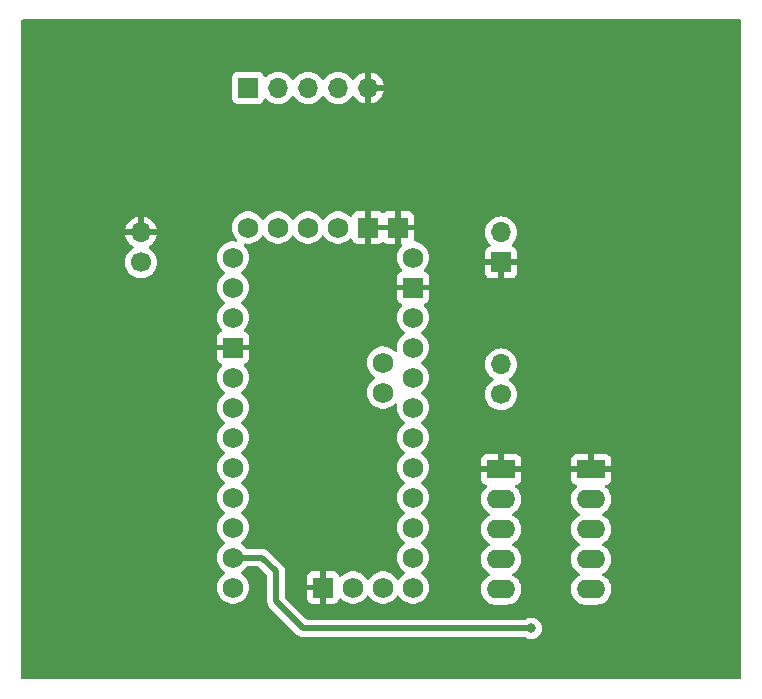
<source format=gbr>
%TF.GenerationSoftware,KiCad,Pcbnew,8.0.1-8.0.1-1~ubuntu22.04.1*%
%TF.CreationDate,2024-03-21T15:32:47+01:00*%
%TF.ProjectId,AirGo,41697247-6f2e-46b6-9963-61645f706362,rev?*%
%TF.SameCoordinates,Original*%
%TF.FileFunction,Copper,L2,Bot*%
%TF.FilePolarity,Positive*%
%FSLAX46Y46*%
G04 Gerber Fmt 4.6, Leading zero omitted, Abs format (unit mm)*
G04 Created by KiCad (PCBNEW 8.0.1-8.0.1-1~ubuntu22.04.1) date 2024-03-21 15:32:47*
%MOMM*%
%LPD*%
G01*
G04 APERTURE LIST*
%TA.AperFunction,ComponentPad*%
%ADD10R,1.700000X1.700000*%
%TD*%
%TA.AperFunction,ComponentPad*%
%ADD11O,1.700000X1.700000*%
%TD*%
%TA.AperFunction,ComponentPad*%
%ADD12C,1.700000*%
%TD*%
%TA.AperFunction,ComponentPad*%
%ADD13C,1.727200*%
%TD*%
%TA.AperFunction,ComponentPad*%
%ADD14R,1.727200X1.727200*%
%TD*%
%TA.AperFunction,ComponentPad*%
%ADD15R,2.400000X1.600000*%
%TD*%
%TA.AperFunction,ComponentPad*%
%ADD16O,2.400000X1.600000*%
%TD*%
%TA.AperFunction,ViaPad*%
%ADD17C,0.800000*%
%TD*%
%TA.AperFunction,Conductor*%
%ADD18C,0.500000*%
%TD*%
G04 APERTURE END LIST*
D10*
%TO.P,J1,1,Pin_1*%
%TO.N,GND*%
X132080000Y-61219000D03*
D11*
%TO.P,J1,2,Pin_2*%
%TO.N,/VIN*%
X132080000Y-58679000D03*
%TD*%
D10*
%TO.P,J2,1,Pin_1*%
%TO.N,Net-(A1-~{DTR})*%
X110666895Y-46427371D03*
D11*
%TO.P,J2,2,Pin_2*%
%TO.N,Net-(J2-Pin_2)*%
X113206895Y-46427371D03*
%TO.P,J2,3,Pin_3*%
%TO.N,Net-(J2-Pin_3)*%
X115746895Y-46427371D03*
%TO.P,J2,4,Pin_4*%
%TO.N,Net-(J2-Pin_4)*%
X118286895Y-46427371D03*
%TO.P,J2,5,Pin_5*%
%TO.N,GND*%
X120826895Y-46427371D03*
%TD*%
D12*
%TO.P,J4,1,Pin_1*%
%TO.N,/OUT1*%
X132080000Y-72390000D03*
D11*
%TO.P,J4,2,Pin_2*%
%TO.N,/OUT2*%
X132080000Y-69850000D03*
%TD*%
D13*
%TO.P,A1,A0,A0*%
%TO.N,unconnected-(A1-PadA0)*%
X124620000Y-78580000D03*
%TO.P,A1,A1,A1*%
%TO.N,unconnected-(A1-PadA1)*%
X124620000Y-76040000D03*
%TO.P,A1,A2,A2*%
%TO.N,unconnected-(A1-PadA2)*%
X124620000Y-73500000D03*
%TO.P,A1,A3,A3*%
%TO.N,unconnected-(A1-PadA3)*%
X124620000Y-70960000D03*
%TO.P,A1,A4,A4/SDA*%
%TO.N,unconnected-(A1-A4{slash}SDA-PadA4)*%
X122080000Y-72230000D03*
%TO.P,A1,A5,A5/SCL*%
%TO.N,unconnected-(A1-A5{slash}SCL-PadA5)*%
X122080000Y-69690000D03*
%TO.P,A1,A6,A6*%
%TO.N,unconnected-(A1-PadA6)*%
X119540000Y-88740000D03*
%TO.P,A1,A7,A7*%
%TO.N,unconnected-(A1-PadA7)*%
X122080000Y-88740000D03*
%TO.P,A1,D0,D0/RX*%
%TO.N,unconnected-(A1-D0{slash}RX-PadD0)*%
X109380000Y-63340000D03*
%TO.P,A1,D1,D1/TX*%
%TO.N,unconnected-(A1-D1{slash}TX-PadD1)*%
X109380000Y-60800000D03*
%TO.P,A1,D2,D2_INT0*%
%TO.N,Net-(A1-D2_INT0)*%
X109380000Y-70960000D03*
%TO.P,A1,D3,D3_INT1*%
%TO.N,unconnected-(A1-D3_INT1-PadD3)*%
X109380000Y-73500000D03*
%TO.P,A1,D4,D4*%
%TO.N,unconnected-(A1-PadD4)*%
X109380000Y-76040000D03*
%TO.P,A1,D5,D5*%
%TO.N,unconnected-(A1-PadD5)*%
X109380000Y-78580000D03*
%TO.P,A1,D6,D6*%
%TO.N,unconnected-(A1-PadD6)*%
X109380000Y-81120000D03*
%TO.P,A1,D7,D7*%
%TO.N,unconnected-(A1-PadD7)*%
X109380000Y-83660000D03*
%TO.P,A1,D8,D8*%
%TO.N,/VCC_DRV*%
X109380000Y-86200000D03*
%TO.P,A1,D9,D9*%
%TO.N,/PH*%
X109380000Y-88740000D03*
%TO.P,A1,D10,D10_CS*%
%TO.N,/EN*%
X124620000Y-88740000D03*
%TO.P,A1,D11,D11_MOSI*%
%TO.N,unconnected-(A1-D11_MOSI-PadD11)*%
X124620000Y-86200000D03*
%TO.P,A1,D12,D12_MISO*%
%TO.N,unconnected-(A1-D12_MISO-PadD12)*%
X124620000Y-83660000D03*
%TO.P,A1,D13,D13_SCK*%
%TO.N,unconnected-(A1-D13_SCK-PadD13)*%
X124620000Y-81120000D03*
%TO.P,A1,DTR,~{DTR}*%
%TO.N,Net-(A1-~{DTR})*%
X110650000Y-58260000D03*
D14*
%TO.P,A1,GND1,GND*%
%TO.N,GND*%
X109380000Y-68420000D03*
%TO.P,A1,GND2,GND*%
X124620000Y-63340000D03*
%TO.P,A1,GND3,GND*%
X117000000Y-88740000D03*
%TO.P,A1,GND4,GND*%
X120810000Y-58260000D03*
%TO.P,A1,GND5,GND*%
X123350000Y-58260000D03*
D13*
%TO.P,A1,RAW,RAW*%
%TO.N,/VIN*%
X124620000Y-60800000D03*
%TO.P,A1,RST1,RESET*%
%TO.N,unconnected-(A1-RESET-PadRST1)*%
X109380000Y-65880000D03*
%TO.P,A1,RST2,RESET*%
%TO.N,unconnected-(A1-RESET-PadRST2)*%
X124620000Y-65880000D03*
%TO.P,A1,RXI,RXI*%
%TO.N,Net-(J2-Pin_3)*%
X115730000Y-58260000D03*
%TO.P,A1,TXO,TXO*%
%TO.N,Net-(J2-Pin_2)*%
X113190000Y-58260000D03*
%TO.P,A1,Vcc1,Vcc*%
%TO.N,unconnected-(A1-Vcc-PadVcc1)*%
X124620000Y-68420000D03*
%TO.P,A1,Vcc2,Vcc*%
%TO.N,Net-(J2-Pin_4)*%
X118270000Y-58260000D03*
%TD*%
D15*
%TO.P,U2,1,GND*%
%TO.N,GND*%
X132080000Y-78740000D03*
D16*
%TO.P,U2,2,VCC*%
%TO.N,/VCC_DRV*%
X132080000Y-81280000D03*
%TO.P,U2,3,EN*%
%TO.N,/EN*%
X132080000Y-83820000D03*
%TO.P,U2,4,PH*%
%TO.N,/PH*%
X132080000Y-86360000D03*
%TO.P,U2,5,~{SLEEP}*%
%TO.N,unconnected-(U2-~{SLEEP}-Pad5)*%
X132080000Y-88900000D03*
%TO.P,U2,6,VM*%
%TO.N,unconnected-(U2-VM-Pad6)*%
X139700000Y-88900000D03*
%TO.P,U2,7,OUT1*%
%TO.N,/OUT1*%
X139700000Y-86360000D03*
%TO.P,U2,8,OUT2*%
%TO.N,/OUT2*%
X139700000Y-83820000D03*
%TO.P,U2,9,VIN*%
%TO.N,/VIN*%
X139700000Y-81280000D03*
D15*
%TO.P,U2,10,GND*%
%TO.N,GND*%
X139700000Y-78740000D03*
%TD*%
D12*
%TO.P,J3,1,Pin_1*%
%TO.N,Net-(A1-D2_INT0)*%
X101600000Y-61219000D03*
D11*
%TO.P,J3,2,Pin_2*%
%TO.N,GND*%
X101600000Y-58679000D03*
%TD*%
D17*
%TO.N,/VCC_DRV*%
X134620000Y-92202000D03*
%TD*%
D18*
%TO.N,/VCC_DRV*%
X111854000Y-86200000D02*
X109380000Y-86200000D01*
X134620000Y-92202000D02*
X115316000Y-92202000D01*
X115316000Y-92202000D02*
X113030000Y-89916000D01*
X113030000Y-87376000D02*
X111854000Y-86200000D01*
X113030000Y-89916000D02*
X113030000Y-87376000D01*
%TD*%
%TA.AperFunction,Conductor*%
%TO.N,GND*%
G36*
X122876619Y-58063919D02*
G01*
X122842000Y-58193120D01*
X122842000Y-58326880D01*
X122876619Y-58456081D01*
X122907749Y-58510000D01*
X121252251Y-58510000D01*
X121283381Y-58456081D01*
X121318000Y-58326880D01*
X121318000Y-58193120D01*
X121283381Y-58063919D01*
X121252251Y-58010000D01*
X122907749Y-58010000D01*
X122876619Y-58063919D01*
G37*
%TD.AperFunction*%
%TA.AperFunction,Conductor*%
G36*
X152343039Y-40659685D02*
G01*
X152388794Y-40712489D01*
X152400000Y-40764000D01*
X152400000Y-96396000D01*
X152380315Y-96463039D01*
X152327511Y-96508794D01*
X152276000Y-96520000D01*
X91564000Y-96520000D01*
X91496961Y-96500315D01*
X91451206Y-96447511D01*
X91440000Y-96396000D01*
X91440000Y-88740006D01*
X108011225Y-88740006D01*
X108029892Y-88965289D01*
X108085388Y-89184439D01*
X108176198Y-89391466D01*
X108299842Y-89580716D01*
X108299850Y-89580727D01*
X108452950Y-89747036D01*
X108452954Y-89747040D01*
X108631351Y-89885893D01*
X108830169Y-89993488D01*
X108830172Y-89993489D01*
X109043982Y-90066890D01*
X109043984Y-90066890D01*
X109043986Y-90066891D01*
X109266967Y-90104100D01*
X109266968Y-90104100D01*
X109493032Y-90104100D01*
X109493033Y-90104100D01*
X109716014Y-90066891D01*
X109929831Y-89993488D01*
X110128649Y-89885893D01*
X110307046Y-89747040D01*
X110460156Y-89580719D01*
X110583802Y-89391465D01*
X110674611Y-89184441D01*
X110730107Y-88965293D01*
X110737574Y-88875175D01*
X110748775Y-88740006D01*
X110748775Y-88739993D01*
X110735707Y-88582294D01*
X110730107Y-88514707D01*
X110674611Y-88295559D01*
X110583802Y-88088535D01*
X110460156Y-87899281D01*
X110460153Y-87899278D01*
X110460149Y-87899272D01*
X110307045Y-87732959D01*
X110201164Y-87650548D01*
X110128649Y-87594107D01*
X110128647Y-87594106D01*
X110128646Y-87594105D01*
X110128639Y-87594100D01*
X110100836Y-87579055D01*
X110051244Y-87529837D01*
X110036135Y-87461620D01*
X110060306Y-87396064D01*
X110100836Y-87360945D01*
X110128639Y-87345899D01*
X110128642Y-87345896D01*
X110128649Y-87345893D01*
X110307046Y-87207040D01*
X110460156Y-87040719D01*
X110482396Y-87006677D01*
X110535542Y-86961322D01*
X110586204Y-86950500D01*
X111491770Y-86950500D01*
X111558809Y-86970185D01*
X111579451Y-86986819D01*
X112243181Y-87650548D01*
X112276666Y-87711871D01*
X112279500Y-87738229D01*
X112279500Y-89989918D01*
X112279500Y-89989920D01*
X112279499Y-89989920D01*
X112308340Y-90134907D01*
X112308343Y-90134917D01*
X112364914Y-90271492D01*
X112397812Y-90320727D01*
X112397813Y-90320730D01*
X112447046Y-90394414D01*
X112447052Y-90394421D01*
X114837580Y-92784948D01*
X114837584Y-92784951D01*
X114960498Y-92867080D01*
X114960511Y-92867087D01*
X115097082Y-92923656D01*
X115097087Y-92923658D01*
X115097091Y-92923658D01*
X115097092Y-92923659D01*
X115242079Y-92952500D01*
X115242082Y-92952500D01*
X115389917Y-92952500D01*
X134080663Y-92952500D01*
X134147702Y-92972185D01*
X134153548Y-92976182D01*
X134167265Y-92986148D01*
X134167270Y-92986151D01*
X134340192Y-93063142D01*
X134340197Y-93063144D01*
X134525354Y-93102500D01*
X134525355Y-93102500D01*
X134714644Y-93102500D01*
X134714646Y-93102500D01*
X134899803Y-93063144D01*
X135072730Y-92986151D01*
X135225871Y-92874888D01*
X135352533Y-92734216D01*
X135447179Y-92570284D01*
X135505674Y-92390256D01*
X135525460Y-92202000D01*
X135505674Y-92013744D01*
X135447179Y-91833716D01*
X135352533Y-91669784D01*
X135225871Y-91529112D01*
X135225870Y-91529111D01*
X135072734Y-91417851D01*
X135072729Y-91417848D01*
X134899807Y-91340857D01*
X134899802Y-91340855D01*
X134754001Y-91309865D01*
X134714646Y-91301500D01*
X134525354Y-91301500D01*
X134492897Y-91308398D01*
X134340197Y-91340855D01*
X134340192Y-91340857D01*
X134167270Y-91417848D01*
X134167265Y-91417851D01*
X134153548Y-91427818D01*
X134087742Y-91451298D01*
X134080663Y-91451500D01*
X115678229Y-91451500D01*
X115611190Y-91431815D01*
X115590548Y-91415181D01*
X113816819Y-89641451D01*
X113783334Y-89580128D01*
X113780500Y-89553770D01*
X113780500Y-87302079D01*
X113751659Y-87157092D01*
X113751658Y-87157091D01*
X113751658Y-87157087D01*
X113751656Y-87157082D01*
X113695087Y-87020511D01*
X113695080Y-87020498D01*
X113612952Y-86897585D01*
X113566832Y-86851465D01*
X113508416Y-86793049D01*
X113359806Y-86644439D01*
X112332421Y-85617052D01*
X112332420Y-85617051D01*
X112229877Y-85548535D01*
X112229877Y-85548534D01*
X112209495Y-85534916D01*
X112209490Y-85534913D01*
X112072917Y-85478343D01*
X112072907Y-85478340D01*
X111927920Y-85449500D01*
X111927918Y-85449500D01*
X110586204Y-85449500D01*
X110519165Y-85429815D01*
X110482396Y-85393322D01*
X110460156Y-85359281D01*
X110460153Y-85359278D01*
X110460149Y-85359272D01*
X110307049Y-85192963D01*
X110307048Y-85192962D01*
X110307046Y-85192960D01*
X110128649Y-85054107D01*
X110128647Y-85054106D01*
X110128646Y-85054105D01*
X110128639Y-85054100D01*
X110100836Y-85039055D01*
X110051244Y-84989837D01*
X110036135Y-84921620D01*
X110060306Y-84856064D01*
X110100836Y-84820945D01*
X110128639Y-84805899D01*
X110128642Y-84805896D01*
X110128649Y-84805893D01*
X110307046Y-84667040D01*
X110460156Y-84500719D01*
X110583802Y-84311465D01*
X110674611Y-84104441D01*
X110730107Y-83885293D01*
X110737574Y-83795175D01*
X110748775Y-83660006D01*
X110748775Y-83659993D01*
X110730107Y-83434710D01*
X110730107Y-83434707D01*
X110674611Y-83215559D01*
X110583802Y-83008535D01*
X110460156Y-82819281D01*
X110460153Y-82819278D01*
X110460149Y-82819272D01*
X110307049Y-82652963D01*
X110307048Y-82652962D01*
X110307046Y-82652960D01*
X110128649Y-82514107D01*
X110128647Y-82514106D01*
X110128646Y-82514105D01*
X110128639Y-82514100D01*
X110100836Y-82499055D01*
X110051244Y-82449837D01*
X110036135Y-82381620D01*
X110060306Y-82316064D01*
X110100836Y-82280945D01*
X110128639Y-82265899D01*
X110128642Y-82265896D01*
X110128649Y-82265893D01*
X110307046Y-82127040D01*
X110460156Y-81960719D01*
X110583802Y-81771465D01*
X110674611Y-81564441D01*
X110730107Y-81345293D01*
X110737574Y-81255175D01*
X110748775Y-81120006D01*
X110748775Y-81119993D01*
X110730107Y-80894710D01*
X110730107Y-80894707D01*
X110674611Y-80675559D01*
X110583802Y-80468535D01*
X110460156Y-80279281D01*
X110460153Y-80279278D01*
X110460149Y-80279272D01*
X110307049Y-80112963D01*
X110307048Y-80112962D01*
X110307046Y-80112960D01*
X110128649Y-79974107D01*
X110128647Y-79974106D01*
X110128646Y-79974105D01*
X110128639Y-79974100D01*
X110100836Y-79959055D01*
X110051244Y-79909837D01*
X110036135Y-79841620D01*
X110060306Y-79776064D01*
X110100836Y-79740945D01*
X110128639Y-79725899D01*
X110128642Y-79725896D01*
X110128649Y-79725893D01*
X110307046Y-79587040D01*
X110460156Y-79420719D01*
X110583802Y-79231465D01*
X110674611Y-79024441D01*
X110730107Y-78805293D01*
X110739881Y-78687339D01*
X110748775Y-78580006D01*
X110748775Y-78579993D01*
X110730107Y-78354710D01*
X110730107Y-78354707D01*
X110674611Y-78135559D01*
X110583802Y-77928535D01*
X110460156Y-77739281D01*
X110460153Y-77739278D01*
X110460149Y-77739272D01*
X110307049Y-77572963D01*
X110307048Y-77572962D01*
X110307046Y-77572960D01*
X110128649Y-77434107D01*
X110128647Y-77434106D01*
X110128646Y-77434105D01*
X110128639Y-77434100D01*
X110100836Y-77419055D01*
X110051244Y-77369837D01*
X110036135Y-77301620D01*
X110060306Y-77236064D01*
X110100836Y-77200945D01*
X110128639Y-77185899D01*
X110128642Y-77185896D01*
X110128649Y-77185893D01*
X110307046Y-77047040D01*
X110460156Y-76880719D01*
X110583802Y-76691465D01*
X110674611Y-76484441D01*
X110730107Y-76265293D01*
X110748775Y-76040000D01*
X110748775Y-76039993D01*
X110730107Y-75814710D01*
X110730107Y-75814707D01*
X110674611Y-75595559D01*
X110583802Y-75388535D01*
X110460156Y-75199281D01*
X110460153Y-75199278D01*
X110460149Y-75199272D01*
X110307049Y-75032963D01*
X110307048Y-75032962D01*
X110307046Y-75032960D01*
X110128649Y-74894107D01*
X110128647Y-74894106D01*
X110128646Y-74894105D01*
X110128639Y-74894100D01*
X110100836Y-74879055D01*
X110051244Y-74829837D01*
X110036135Y-74761620D01*
X110060306Y-74696064D01*
X110100836Y-74660945D01*
X110128639Y-74645899D01*
X110128642Y-74645896D01*
X110128649Y-74645893D01*
X110307046Y-74507040D01*
X110460156Y-74340719D01*
X110583802Y-74151465D01*
X110674611Y-73944441D01*
X110730107Y-73725293D01*
X110743469Y-73564034D01*
X110748775Y-73500006D01*
X110748775Y-73499993D01*
X110730107Y-73274710D01*
X110730107Y-73274707D01*
X110674611Y-73055559D01*
X110583802Y-72848535D01*
X110460156Y-72659281D01*
X110460153Y-72659278D01*
X110460149Y-72659272D01*
X110307049Y-72492963D01*
X110307048Y-72492962D01*
X110307046Y-72492960D01*
X110128649Y-72354107D01*
X110128647Y-72354106D01*
X110128646Y-72354105D01*
X110128639Y-72354100D01*
X110100836Y-72339055D01*
X110051244Y-72289837D01*
X110036135Y-72221620D01*
X110060306Y-72156064D01*
X110100836Y-72120945D01*
X110128639Y-72105899D01*
X110128642Y-72105896D01*
X110128649Y-72105893D01*
X110307046Y-71967040D01*
X110460156Y-71800719D01*
X110583802Y-71611465D01*
X110674611Y-71404441D01*
X110730107Y-71185293D01*
X110739739Y-71069055D01*
X110748775Y-70960006D01*
X110748775Y-70959993D01*
X110730107Y-70734710D01*
X110730107Y-70734707D01*
X110674611Y-70515559D01*
X110583802Y-70308535D01*
X110460156Y-70119281D01*
X110460153Y-70119278D01*
X110460149Y-70119272D01*
X110322755Y-69970024D01*
X110291832Y-69907370D01*
X110299692Y-69837944D01*
X110343839Y-69783788D01*
X110370652Y-69769859D01*
X110485684Y-69726955D01*
X110485693Y-69726950D01*
X110600787Y-69640790D01*
X110600790Y-69640787D01*
X110686950Y-69525693D01*
X110686954Y-69525686D01*
X110737196Y-69390979D01*
X110737198Y-69390972D01*
X110743599Y-69331444D01*
X110743600Y-69331427D01*
X110743600Y-68670000D01*
X109822251Y-68670000D01*
X109853381Y-68616081D01*
X109888000Y-68486880D01*
X109888000Y-68353120D01*
X109853381Y-68223919D01*
X109822251Y-68170000D01*
X110743600Y-68170000D01*
X110743600Y-67508572D01*
X110743599Y-67508555D01*
X110737198Y-67449027D01*
X110737196Y-67449020D01*
X110686954Y-67314313D01*
X110686950Y-67314306D01*
X110600790Y-67199212D01*
X110600787Y-67199209D01*
X110485693Y-67113049D01*
X110485686Y-67113045D01*
X110370651Y-67070140D01*
X110314717Y-67028269D01*
X110290300Y-66962804D01*
X110305152Y-66894531D01*
X110322749Y-66869981D01*
X110460156Y-66720719D01*
X110583802Y-66531465D01*
X110674611Y-66324441D01*
X110730107Y-66105293D01*
X110748775Y-65880000D01*
X110748775Y-65879993D01*
X110730107Y-65654710D01*
X110730107Y-65654707D01*
X110674611Y-65435559D01*
X110583802Y-65228535D01*
X110460156Y-65039281D01*
X110460153Y-65039278D01*
X110460149Y-65039272D01*
X110307049Y-64872963D01*
X110307048Y-64872962D01*
X110307046Y-64872960D01*
X110128649Y-64734107D01*
X110128647Y-64734106D01*
X110128646Y-64734105D01*
X110128639Y-64734100D01*
X110100836Y-64719055D01*
X110051244Y-64669837D01*
X110036135Y-64601620D01*
X110060306Y-64536064D01*
X110100836Y-64500945D01*
X110128639Y-64485899D01*
X110128642Y-64485896D01*
X110128649Y-64485893D01*
X110307046Y-64347040D01*
X110460156Y-64180719D01*
X110583802Y-63991465D01*
X110674611Y-63784441D01*
X110730107Y-63565293D01*
X110737574Y-63475175D01*
X110748775Y-63340006D01*
X110748775Y-63339993D01*
X110735707Y-63182294D01*
X110730107Y-63114707D01*
X110674611Y-62895559D01*
X110583802Y-62688535D01*
X110460156Y-62499281D01*
X110460153Y-62499278D01*
X110460149Y-62499272D01*
X110307045Y-62332959D01*
X110128646Y-62194105D01*
X110128639Y-62194100D01*
X110100836Y-62179055D01*
X110051244Y-62129837D01*
X110036135Y-62061620D01*
X110060306Y-61996064D01*
X110100836Y-61960945D01*
X110128639Y-61945899D01*
X110128642Y-61945896D01*
X110128649Y-61945893D01*
X110307046Y-61807040D01*
X110460156Y-61640719D01*
X110583802Y-61451465D01*
X110674611Y-61244441D01*
X110730107Y-61025293D01*
X110748775Y-60800000D01*
X110748775Y-60799993D01*
X110730107Y-60574710D01*
X110730107Y-60574707D01*
X110674611Y-60355559D01*
X110583802Y-60148535D01*
X110460156Y-59959281D01*
X110326289Y-59813863D01*
X110295368Y-59751211D01*
X110303228Y-59681785D01*
X110347375Y-59627629D01*
X110413792Y-59605938D01*
X110437923Y-59607572D01*
X110536967Y-59624100D01*
X110536968Y-59624100D01*
X110763032Y-59624100D01*
X110763033Y-59624100D01*
X110986014Y-59586891D01*
X111199831Y-59513488D01*
X111398649Y-59405893D01*
X111577046Y-59267040D01*
X111730156Y-59100719D01*
X111816193Y-58969028D01*
X111869338Y-58923675D01*
X111938569Y-58914251D01*
X112001905Y-58943753D01*
X112023804Y-58969025D01*
X112109844Y-59100719D01*
X112109849Y-59100724D01*
X112109850Y-59100727D01*
X112262950Y-59267036D01*
X112262954Y-59267040D01*
X112441351Y-59405893D01*
X112640169Y-59513488D01*
X112640172Y-59513489D01*
X112853982Y-59586890D01*
X112853984Y-59586890D01*
X112853986Y-59586891D01*
X113076967Y-59624100D01*
X113076968Y-59624100D01*
X113303032Y-59624100D01*
X113303033Y-59624100D01*
X113526014Y-59586891D01*
X113739831Y-59513488D01*
X113938649Y-59405893D01*
X114117046Y-59267040D01*
X114270156Y-59100719D01*
X114356193Y-58969028D01*
X114409338Y-58923675D01*
X114478569Y-58914251D01*
X114541905Y-58943753D01*
X114563804Y-58969025D01*
X114649844Y-59100719D01*
X114649849Y-59100724D01*
X114649850Y-59100727D01*
X114802950Y-59267036D01*
X114802954Y-59267040D01*
X114981351Y-59405893D01*
X115180169Y-59513488D01*
X115180172Y-59513489D01*
X115393982Y-59586890D01*
X115393984Y-59586890D01*
X115393986Y-59586891D01*
X115616967Y-59624100D01*
X115616968Y-59624100D01*
X115843032Y-59624100D01*
X115843033Y-59624100D01*
X116066014Y-59586891D01*
X116279831Y-59513488D01*
X116478649Y-59405893D01*
X116657046Y-59267040D01*
X116810156Y-59100719D01*
X116896193Y-58969028D01*
X116949338Y-58923675D01*
X117018569Y-58914251D01*
X117081905Y-58943753D01*
X117103804Y-58969025D01*
X117189844Y-59100719D01*
X117189849Y-59100724D01*
X117189850Y-59100727D01*
X117342950Y-59267036D01*
X117342954Y-59267040D01*
X117521351Y-59405893D01*
X117720169Y-59513488D01*
X117720172Y-59513489D01*
X117933982Y-59586890D01*
X117933984Y-59586890D01*
X117933986Y-59586891D01*
X118156967Y-59624100D01*
X118156968Y-59624100D01*
X118383032Y-59624100D01*
X118383033Y-59624100D01*
X118606014Y-59586891D01*
X118819831Y-59513488D01*
X119018649Y-59405893D01*
X119197046Y-59267040D01*
X119251815Y-59207545D01*
X119311699Y-59171557D01*
X119381537Y-59173657D01*
X119439153Y-59213180D01*
X119459224Y-59248196D01*
X119503046Y-59365688D01*
X119503049Y-59365693D01*
X119589209Y-59480787D01*
X119589212Y-59480790D01*
X119704306Y-59566950D01*
X119704313Y-59566954D01*
X119839020Y-59617196D01*
X119839027Y-59617198D01*
X119898555Y-59623599D01*
X119898572Y-59623600D01*
X120560000Y-59623600D01*
X120560000Y-58702251D01*
X120613919Y-58733381D01*
X120743120Y-58768000D01*
X120876880Y-58768000D01*
X121006081Y-58733381D01*
X121060000Y-58702251D01*
X121060000Y-59623600D01*
X121721428Y-59623600D01*
X121721444Y-59623599D01*
X121780972Y-59617198D01*
X121780979Y-59617196D01*
X121915686Y-59566954D01*
X121915689Y-59566952D01*
X122005688Y-59499579D01*
X122071152Y-59475161D01*
X122139426Y-59490012D01*
X122154312Y-59499579D01*
X122244310Y-59566952D01*
X122244313Y-59566954D01*
X122379020Y-59617196D01*
X122379027Y-59617198D01*
X122438555Y-59623599D01*
X122438572Y-59623600D01*
X123100000Y-59623600D01*
X123100000Y-58702251D01*
X123153919Y-58733381D01*
X123283120Y-58768000D01*
X123416880Y-58768000D01*
X123546081Y-58733381D01*
X123600000Y-58702251D01*
X123600000Y-59623600D01*
X123614063Y-59637663D01*
X123633208Y-59643285D01*
X123678963Y-59696089D01*
X123688907Y-59765247D01*
X123659882Y-59828803D01*
X123657399Y-59831583D01*
X123539845Y-59959279D01*
X123539842Y-59959283D01*
X123416198Y-60148533D01*
X123325388Y-60355560D01*
X123269892Y-60574710D01*
X123251225Y-60799993D01*
X123251225Y-60800006D01*
X123269892Y-61025289D01*
X123325388Y-61244439D01*
X123416198Y-61451466D01*
X123525719Y-61619099D01*
X123539844Y-61640719D01*
X123677245Y-61789976D01*
X123708167Y-61852629D01*
X123700307Y-61922055D01*
X123656160Y-61976211D01*
X123629349Y-61990140D01*
X123514311Y-62033046D01*
X123514306Y-62033049D01*
X123399212Y-62119209D01*
X123399209Y-62119212D01*
X123313049Y-62234306D01*
X123313045Y-62234313D01*
X123262803Y-62369020D01*
X123262801Y-62369027D01*
X123256400Y-62428555D01*
X123256400Y-63090000D01*
X124177749Y-63090000D01*
X124146619Y-63143919D01*
X124112000Y-63273120D01*
X124112000Y-63406880D01*
X124146619Y-63536081D01*
X124177749Y-63590000D01*
X123256400Y-63590000D01*
X123256400Y-64251444D01*
X123262801Y-64310972D01*
X123262803Y-64310979D01*
X123313045Y-64445686D01*
X123313049Y-64445693D01*
X123399209Y-64560787D01*
X123399212Y-64560790D01*
X123514306Y-64646950D01*
X123514313Y-64646954D01*
X123629348Y-64689859D01*
X123685282Y-64731730D01*
X123709699Y-64797194D01*
X123694848Y-64865467D01*
X123677245Y-64890024D01*
X123539845Y-65039279D01*
X123539842Y-65039283D01*
X123416198Y-65228533D01*
X123325388Y-65435560D01*
X123269892Y-65654710D01*
X123251225Y-65879993D01*
X123251225Y-65880006D01*
X123269892Y-66105289D01*
X123325388Y-66324439D01*
X123416198Y-66531466D01*
X123539842Y-66720716D01*
X123539850Y-66720727D01*
X123677244Y-66869975D01*
X123692954Y-66887040D01*
X123871351Y-67025893D01*
X123899165Y-67040945D01*
X123948755Y-67090165D01*
X123963863Y-67158382D01*
X123939692Y-67223937D01*
X123899165Y-67259055D01*
X123871352Y-67274106D01*
X123692955Y-67412959D01*
X123539850Y-67579272D01*
X123539842Y-67579283D01*
X123416198Y-67768533D01*
X123325388Y-67975560D01*
X123269892Y-68194710D01*
X123251225Y-68419993D01*
X123251225Y-68419995D01*
X123251225Y-68420000D01*
X123259092Y-68514937D01*
X123269495Y-68640492D01*
X123255413Y-68708928D01*
X123206568Y-68758887D01*
X123138466Y-68774507D01*
X123072731Y-68750829D01*
X123054694Y-68734719D01*
X123007046Y-68682960D01*
X122828649Y-68544107D01*
X122802390Y-68529896D01*
X122629832Y-68436512D01*
X122629827Y-68436510D01*
X122416017Y-68363109D01*
X122248778Y-68335202D01*
X122193033Y-68325900D01*
X121966967Y-68325900D01*
X121922370Y-68333341D01*
X121743982Y-68363109D01*
X121530172Y-68436510D01*
X121530167Y-68436512D01*
X121331352Y-68544106D01*
X121152955Y-68682959D01*
X121152950Y-68682963D01*
X120999850Y-68849272D01*
X120999842Y-68849283D01*
X120876198Y-69038533D01*
X120785388Y-69245560D01*
X120729892Y-69464710D01*
X120711225Y-69689993D01*
X120711225Y-69690006D01*
X120729892Y-69915289D01*
X120785388Y-70134439D01*
X120876198Y-70341466D01*
X120999842Y-70530716D01*
X120999850Y-70530727D01*
X121152950Y-70697036D01*
X121152954Y-70697040D01*
X121331351Y-70835893D01*
X121359165Y-70850945D01*
X121408755Y-70900165D01*
X121423863Y-70968382D01*
X121399692Y-71033937D01*
X121359165Y-71069055D01*
X121331352Y-71084106D01*
X121152955Y-71222959D01*
X121152950Y-71222963D01*
X120999850Y-71389272D01*
X120999842Y-71389283D01*
X120876198Y-71578533D01*
X120785388Y-71785560D01*
X120729892Y-72004710D01*
X120711225Y-72229993D01*
X120711225Y-72230006D01*
X120729892Y-72455289D01*
X120785388Y-72674439D01*
X120876198Y-72881466D01*
X120999842Y-73070716D01*
X120999850Y-73070727D01*
X121152950Y-73237036D01*
X121152954Y-73237040D01*
X121331351Y-73375893D01*
X121530169Y-73483488D01*
X121530172Y-73483489D01*
X121743982Y-73556890D01*
X121743984Y-73556890D01*
X121743986Y-73556891D01*
X121966967Y-73594100D01*
X121966968Y-73594100D01*
X122193032Y-73594100D01*
X122193033Y-73594100D01*
X122416014Y-73556891D01*
X122629831Y-73483488D01*
X122828649Y-73375893D01*
X123007046Y-73237040D01*
X123054691Y-73185283D01*
X123114574Y-73149295D01*
X123184412Y-73151394D01*
X123242029Y-73190918D01*
X123269131Y-73255317D01*
X123269495Y-73279507D01*
X123252594Y-73483487D01*
X123251225Y-73500004D01*
X123251225Y-73500006D01*
X123269892Y-73725289D01*
X123325388Y-73944439D01*
X123416198Y-74151466D01*
X123539842Y-74340716D01*
X123539850Y-74340727D01*
X123692950Y-74507036D01*
X123692954Y-74507040D01*
X123871351Y-74645893D01*
X123899165Y-74660945D01*
X123948755Y-74710165D01*
X123963863Y-74778382D01*
X123939692Y-74843937D01*
X123899165Y-74879055D01*
X123871352Y-74894106D01*
X123692955Y-75032959D01*
X123692950Y-75032963D01*
X123539850Y-75199272D01*
X123539842Y-75199283D01*
X123416198Y-75388533D01*
X123325388Y-75595560D01*
X123269892Y-75814710D01*
X123251225Y-76039993D01*
X123251225Y-76040006D01*
X123269892Y-76265289D01*
X123325388Y-76484439D01*
X123416198Y-76691466D01*
X123539842Y-76880716D01*
X123539850Y-76880727D01*
X123692950Y-77047036D01*
X123692954Y-77047040D01*
X123871351Y-77185893D01*
X123899165Y-77200945D01*
X123948755Y-77250165D01*
X123963863Y-77318382D01*
X123939692Y-77383937D01*
X123899165Y-77419055D01*
X123871352Y-77434106D01*
X123692955Y-77572959D01*
X123692950Y-77572963D01*
X123539850Y-77739272D01*
X123539842Y-77739283D01*
X123416198Y-77928533D01*
X123325388Y-78135560D01*
X123269892Y-78354710D01*
X123251225Y-78579993D01*
X123251225Y-78580006D01*
X123269892Y-78805289D01*
X123325388Y-79024439D01*
X123416198Y-79231466D01*
X123539842Y-79420716D01*
X123539850Y-79420727D01*
X123692950Y-79587036D01*
X123692954Y-79587040D01*
X123871351Y-79725893D01*
X123899165Y-79740945D01*
X123948755Y-79790165D01*
X123963863Y-79858382D01*
X123939692Y-79923937D01*
X123899165Y-79959055D01*
X123871352Y-79974106D01*
X123692955Y-80112959D01*
X123692950Y-80112963D01*
X123539850Y-80279272D01*
X123539842Y-80279283D01*
X123416198Y-80468533D01*
X123325388Y-80675560D01*
X123269892Y-80894710D01*
X123251225Y-81119993D01*
X123251225Y-81120006D01*
X123269892Y-81345289D01*
X123325388Y-81564439D01*
X123416198Y-81771466D01*
X123539842Y-81960716D01*
X123539850Y-81960727D01*
X123692950Y-82127036D01*
X123692954Y-82127040D01*
X123871351Y-82265893D01*
X123899165Y-82280945D01*
X123948755Y-82330165D01*
X123963863Y-82398382D01*
X123939692Y-82463937D01*
X123899165Y-82499055D01*
X123871352Y-82514106D01*
X123692955Y-82652959D01*
X123692950Y-82652963D01*
X123539850Y-82819272D01*
X123539842Y-82819283D01*
X123416198Y-83008533D01*
X123325388Y-83215560D01*
X123269892Y-83434710D01*
X123251225Y-83659993D01*
X123251225Y-83660006D01*
X123269892Y-83885289D01*
X123325388Y-84104439D01*
X123416198Y-84311466D01*
X123539842Y-84500716D01*
X123539850Y-84500727D01*
X123692950Y-84667036D01*
X123692954Y-84667040D01*
X123871351Y-84805893D01*
X123899165Y-84820945D01*
X123948755Y-84870165D01*
X123963863Y-84938382D01*
X123939692Y-85003937D01*
X123899165Y-85039055D01*
X123871352Y-85054106D01*
X123692955Y-85192959D01*
X123692950Y-85192963D01*
X123539850Y-85359272D01*
X123539842Y-85359283D01*
X123416198Y-85548533D01*
X123325388Y-85755560D01*
X123269892Y-85974710D01*
X123251225Y-86199993D01*
X123251225Y-86200006D01*
X123269892Y-86425289D01*
X123325388Y-86644439D01*
X123416198Y-86851466D01*
X123539842Y-87040716D01*
X123539850Y-87040727D01*
X123646973Y-87157092D01*
X123692954Y-87207040D01*
X123871351Y-87345893D01*
X123899165Y-87360945D01*
X123948755Y-87410165D01*
X123963863Y-87478382D01*
X123939692Y-87543937D01*
X123899165Y-87579055D01*
X123871352Y-87594106D01*
X123692955Y-87732959D01*
X123539850Y-87899272D01*
X123539842Y-87899283D01*
X123453808Y-88030968D01*
X123400662Y-88076325D01*
X123331430Y-88085748D01*
X123268095Y-88056246D01*
X123246192Y-88030968D01*
X123194741Y-87952217D01*
X123160156Y-87899281D01*
X123160153Y-87899278D01*
X123160149Y-87899272D01*
X123007045Y-87732959D01*
X122901164Y-87650548D01*
X122828649Y-87594107D01*
X122709889Y-87529837D01*
X122629832Y-87486512D01*
X122629827Y-87486510D01*
X122416017Y-87413109D01*
X122234388Y-87382801D01*
X122193033Y-87375900D01*
X121966967Y-87375900D01*
X121925612Y-87382801D01*
X121743982Y-87413109D01*
X121530172Y-87486510D01*
X121530167Y-87486512D01*
X121331352Y-87594106D01*
X121152955Y-87732959D01*
X120999850Y-87899272D01*
X120999842Y-87899283D01*
X120913808Y-88030968D01*
X120860662Y-88076325D01*
X120791430Y-88085748D01*
X120728095Y-88056246D01*
X120706192Y-88030968D01*
X120654741Y-87952217D01*
X120620156Y-87899281D01*
X120620153Y-87899278D01*
X120620149Y-87899272D01*
X120467045Y-87732959D01*
X120361164Y-87650548D01*
X120288649Y-87594107D01*
X120169889Y-87529837D01*
X120089832Y-87486512D01*
X120089827Y-87486510D01*
X119876017Y-87413109D01*
X119694388Y-87382801D01*
X119653033Y-87375900D01*
X119426967Y-87375900D01*
X119385612Y-87382801D01*
X119203982Y-87413109D01*
X118990172Y-87486510D01*
X118990167Y-87486512D01*
X118791352Y-87594106D01*
X118612955Y-87732958D01*
X118558186Y-87792453D01*
X118498298Y-87828443D01*
X118428460Y-87826342D01*
X118370845Y-87786817D01*
X118350775Y-87751802D01*
X118306954Y-87634313D01*
X118306950Y-87634306D01*
X118220790Y-87519212D01*
X118220787Y-87519209D01*
X118105693Y-87433049D01*
X118105686Y-87433045D01*
X117970979Y-87382803D01*
X117970972Y-87382801D01*
X117911444Y-87376400D01*
X117250000Y-87376400D01*
X117250000Y-88297748D01*
X117196081Y-88266619D01*
X117066880Y-88232000D01*
X116933120Y-88232000D01*
X116803919Y-88266619D01*
X116750000Y-88297748D01*
X116750000Y-87376400D01*
X116088555Y-87376400D01*
X116029027Y-87382801D01*
X116029020Y-87382803D01*
X115894313Y-87433045D01*
X115894306Y-87433049D01*
X115779212Y-87519209D01*
X115779209Y-87519212D01*
X115693049Y-87634306D01*
X115693045Y-87634313D01*
X115642803Y-87769020D01*
X115642801Y-87769027D01*
X115636400Y-87828555D01*
X115636400Y-88490000D01*
X116557749Y-88490000D01*
X116526619Y-88543919D01*
X116492000Y-88673120D01*
X116492000Y-88806880D01*
X116526619Y-88936081D01*
X116557749Y-88990000D01*
X115636400Y-88990000D01*
X115636400Y-89651444D01*
X115642801Y-89710972D01*
X115642803Y-89710979D01*
X115693045Y-89845686D01*
X115693049Y-89845693D01*
X115779209Y-89960787D01*
X115779212Y-89960790D01*
X115894306Y-90046950D01*
X115894313Y-90046954D01*
X116029020Y-90097196D01*
X116029027Y-90097198D01*
X116088555Y-90103599D01*
X116088572Y-90103600D01*
X116750000Y-90103600D01*
X116750000Y-89182251D01*
X116803919Y-89213381D01*
X116933120Y-89248000D01*
X117066880Y-89248000D01*
X117196081Y-89213381D01*
X117250000Y-89182251D01*
X117250000Y-90103600D01*
X117911428Y-90103600D01*
X117911444Y-90103599D01*
X117970972Y-90097198D01*
X117970979Y-90097196D01*
X118105686Y-90046954D01*
X118105693Y-90046950D01*
X118220787Y-89960790D01*
X118220790Y-89960787D01*
X118306950Y-89845693D01*
X118306954Y-89845686D01*
X118350775Y-89728197D01*
X118392646Y-89672263D01*
X118458110Y-89647846D01*
X118526383Y-89662698D01*
X118558186Y-89687547D01*
X118612950Y-89747036D01*
X118612954Y-89747040D01*
X118791351Y-89885893D01*
X118990169Y-89993488D01*
X118990172Y-89993489D01*
X119203982Y-90066890D01*
X119203984Y-90066890D01*
X119203986Y-90066891D01*
X119426967Y-90104100D01*
X119426968Y-90104100D01*
X119653032Y-90104100D01*
X119653033Y-90104100D01*
X119876014Y-90066891D01*
X120089831Y-89993488D01*
X120288649Y-89885893D01*
X120467046Y-89747040D01*
X120620156Y-89580719D01*
X120706193Y-89449028D01*
X120759338Y-89403675D01*
X120828569Y-89394251D01*
X120891905Y-89423753D01*
X120913804Y-89449025D01*
X120999844Y-89580719D01*
X120999849Y-89580724D01*
X120999850Y-89580727D01*
X121152950Y-89747036D01*
X121152954Y-89747040D01*
X121331351Y-89885893D01*
X121530169Y-89993488D01*
X121530172Y-89993489D01*
X121743982Y-90066890D01*
X121743984Y-90066890D01*
X121743986Y-90066891D01*
X121966967Y-90104100D01*
X121966968Y-90104100D01*
X122193032Y-90104100D01*
X122193033Y-90104100D01*
X122416014Y-90066891D01*
X122629831Y-89993488D01*
X122828649Y-89885893D01*
X123007046Y-89747040D01*
X123160156Y-89580719D01*
X123246193Y-89449028D01*
X123299338Y-89403675D01*
X123368569Y-89394251D01*
X123431905Y-89423753D01*
X123453804Y-89449025D01*
X123539844Y-89580719D01*
X123539849Y-89580724D01*
X123539850Y-89580727D01*
X123692950Y-89747036D01*
X123692954Y-89747040D01*
X123871351Y-89885893D01*
X124070169Y-89993488D01*
X124070172Y-89993489D01*
X124283982Y-90066890D01*
X124283984Y-90066890D01*
X124283986Y-90066891D01*
X124506967Y-90104100D01*
X124506968Y-90104100D01*
X124733032Y-90104100D01*
X124733033Y-90104100D01*
X124956014Y-90066891D01*
X125169831Y-89993488D01*
X125368649Y-89885893D01*
X125547046Y-89747040D01*
X125700156Y-89580719D01*
X125823802Y-89391465D01*
X125914611Y-89184441D01*
X125960723Y-89002351D01*
X130379500Y-89002351D01*
X130411522Y-89204534D01*
X130474781Y-89399223D01*
X130538691Y-89524653D01*
X130567263Y-89580727D01*
X130567715Y-89581613D01*
X130688028Y-89747213D01*
X130832786Y-89891971D01*
X130987749Y-90004556D01*
X130998390Y-90012287D01*
X131066428Y-90046954D01*
X131180776Y-90105218D01*
X131180778Y-90105218D01*
X131180781Y-90105220D01*
X131272148Y-90134907D01*
X131375465Y-90168477D01*
X131476557Y-90184488D01*
X131577648Y-90200500D01*
X131577649Y-90200500D01*
X132582351Y-90200500D01*
X132582352Y-90200500D01*
X132784534Y-90168477D01*
X132979219Y-90105220D01*
X133161610Y-90012287D01*
X133254590Y-89944732D01*
X133327213Y-89891971D01*
X133327215Y-89891968D01*
X133327219Y-89891966D01*
X133471966Y-89747219D01*
X133471968Y-89747215D01*
X133471971Y-89747213D01*
X133526424Y-89672263D01*
X133592287Y-89581610D01*
X133685220Y-89399219D01*
X133748477Y-89204534D01*
X133780500Y-89002352D01*
X133780500Y-89002351D01*
X137999500Y-89002351D01*
X138031522Y-89204534D01*
X138094781Y-89399223D01*
X138158691Y-89524653D01*
X138187263Y-89580727D01*
X138187715Y-89581613D01*
X138308028Y-89747213D01*
X138452786Y-89891971D01*
X138607749Y-90004556D01*
X138618390Y-90012287D01*
X138686428Y-90046954D01*
X138800776Y-90105218D01*
X138800778Y-90105218D01*
X138800781Y-90105220D01*
X138892148Y-90134907D01*
X138995465Y-90168477D01*
X139096557Y-90184488D01*
X139197648Y-90200500D01*
X139197649Y-90200500D01*
X140202351Y-90200500D01*
X140202352Y-90200500D01*
X140404534Y-90168477D01*
X140599219Y-90105220D01*
X140781610Y-90012287D01*
X140874590Y-89944732D01*
X140947213Y-89891971D01*
X140947215Y-89891968D01*
X140947219Y-89891966D01*
X141091966Y-89747219D01*
X141091968Y-89747215D01*
X141091971Y-89747213D01*
X141146424Y-89672263D01*
X141212287Y-89581610D01*
X141305220Y-89399219D01*
X141368477Y-89204534D01*
X141400500Y-89002352D01*
X141400500Y-88797648D01*
X141368477Y-88595466D01*
X141351728Y-88543919D01*
X141305218Y-88400776D01*
X141251607Y-88295560D01*
X141212287Y-88218390D01*
X141204556Y-88207749D01*
X141091971Y-88052786D01*
X140947213Y-87908028D01*
X140781614Y-87787715D01*
X140775006Y-87784348D01*
X140688917Y-87740483D01*
X140638123Y-87692511D01*
X140621328Y-87624690D01*
X140643865Y-87558555D01*
X140688917Y-87519516D01*
X140781610Y-87472287D01*
X140835617Y-87433049D01*
X140947213Y-87351971D01*
X140947215Y-87351968D01*
X140947219Y-87351966D01*
X141091966Y-87207219D01*
X141091968Y-87207215D01*
X141091971Y-87207213D01*
X141144732Y-87134590D01*
X141212287Y-87041610D01*
X141305220Y-86859219D01*
X141368477Y-86664534D01*
X141400500Y-86462352D01*
X141400500Y-86257648D01*
X141368477Y-86055466D01*
X141305220Y-85860781D01*
X141305218Y-85860778D01*
X141305218Y-85860776D01*
X141251607Y-85755560D01*
X141212287Y-85678390D01*
X141167720Y-85617048D01*
X141091971Y-85512786D01*
X140947213Y-85368028D01*
X140781614Y-85247715D01*
X140775006Y-85244348D01*
X140688917Y-85200483D01*
X140638123Y-85152511D01*
X140621328Y-85084690D01*
X140643865Y-85018555D01*
X140688917Y-84979516D01*
X140781610Y-84932287D01*
X140807485Y-84913488D01*
X140947213Y-84811971D01*
X140947215Y-84811968D01*
X140947219Y-84811966D01*
X141091966Y-84667219D01*
X141091968Y-84667215D01*
X141091971Y-84667213D01*
X141144732Y-84594590D01*
X141212287Y-84501610D01*
X141305220Y-84319219D01*
X141368477Y-84124534D01*
X141400500Y-83922352D01*
X141400500Y-83717648D01*
X141368477Y-83515466D01*
X141305220Y-83320781D01*
X141305218Y-83320778D01*
X141305218Y-83320776D01*
X141251607Y-83215560D01*
X141212287Y-83138390D01*
X141204556Y-83127749D01*
X141091971Y-82972786D01*
X140947213Y-82828028D01*
X140781614Y-82707715D01*
X140775006Y-82704348D01*
X140688917Y-82660483D01*
X140638123Y-82612511D01*
X140621328Y-82544690D01*
X140643865Y-82478555D01*
X140688917Y-82439516D01*
X140781610Y-82392287D01*
X140807485Y-82373488D01*
X140947213Y-82271971D01*
X140947215Y-82271968D01*
X140947219Y-82271966D01*
X141091966Y-82127219D01*
X141091968Y-82127215D01*
X141091971Y-82127213D01*
X141144732Y-82054590D01*
X141212287Y-81961610D01*
X141305220Y-81779219D01*
X141368477Y-81584534D01*
X141400500Y-81382352D01*
X141400500Y-81177648D01*
X141368477Y-80975466D01*
X141305220Y-80780781D01*
X141305218Y-80780778D01*
X141305218Y-80780776D01*
X141251607Y-80675560D01*
X141212287Y-80598390D01*
X141204556Y-80587749D01*
X141091971Y-80432786D01*
X140947217Y-80288032D01*
X140947212Y-80288028D01*
X140910325Y-80261228D01*
X140867659Y-80205898D01*
X140861680Y-80136285D01*
X140894286Y-80074490D01*
X140955124Y-80040133D01*
X140969956Y-80037620D01*
X141007379Y-80033596D01*
X141142086Y-79983354D01*
X141142093Y-79983350D01*
X141257187Y-79897190D01*
X141257190Y-79897187D01*
X141343350Y-79782093D01*
X141343354Y-79782086D01*
X141393596Y-79647379D01*
X141393598Y-79647372D01*
X141399999Y-79587844D01*
X141400000Y-79587827D01*
X141400000Y-78990000D01*
X140015686Y-78990000D01*
X140020080Y-78985606D01*
X140072741Y-78894394D01*
X140100000Y-78792661D01*
X140100000Y-78687339D01*
X140072741Y-78585606D01*
X140020080Y-78494394D01*
X140015686Y-78490000D01*
X141400000Y-78490000D01*
X141400000Y-77892172D01*
X141399999Y-77892155D01*
X141393598Y-77832627D01*
X141393596Y-77832620D01*
X141343354Y-77697913D01*
X141343350Y-77697906D01*
X141257190Y-77582812D01*
X141257187Y-77582809D01*
X141142093Y-77496649D01*
X141142086Y-77496645D01*
X141007379Y-77446403D01*
X141007372Y-77446401D01*
X140947844Y-77440000D01*
X139950000Y-77440000D01*
X139950000Y-78424314D01*
X139945606Y-78419920D01*
X139854394Y-78367259D01*
X139752661Y-78340000D01*
X139647339Y-78340000D01*
X139545606Y-78367259D01*
X139454394Y-78419920D01*
X139450000Y-78424314D01*
X139450000Y-77440000D01*
X138452155Y-77440000D01*
X138392627Y-77446401D01*
X138392620Y-77446403D01*
X138257913Y-77496645D01*
X138257906Y-77496649D01*
X138142812Y-77582809D01*
X138142809Y-77582812D01*
X138056649Y-77697906D01*
X138056645Y-77697913D01*
X138006403Y-77832620D01*
X138006401Y-77832627D01*
X138000000Y-77892155D01*
X138000000Y-78490000D01*
X139384314Y-78490000D01*
X139379920Y-78494394D01*
X139327259Y-78585606D01*
X139300000Y-78687339D01*
X139300000Y-78792661D01*
X139327259Y-78894394D01*
X139379920Y-78985606D01*
X139384314Y-78990000D01*
X138000000Y-78990000D01*
X138000000Y-79587844D01*
X138006401Y-79647372D01*
X138006403Y-79647379D01*
X138056645Y-79782086D01*
X138056649Y-79782093D01*
X138142809Y-79897187D01*
X138142812Y-79897190D01*
X138257906Y-79983350D01*
X138257913Y-79983354D01*
X138392620Y-80033596D01*
X138430043Y-80037620D01*
X138494595Y-80064358D01*
X138534443Y-80121750D01*
X138536937Y-80191576D01*
X138501285Y-80251665D01*
X138489675Y-80261227D01*
X138452789Y-80288026D01*
X138452782Y-80288032D01*
X138308028Y-80432786D01*
X138187715Y-80598386D01*
X138094781Y-80780776D01*
X138031522Y-80975465D01*
X137999500Y-81177648D01*
X137999500Y-81382351D01*
X138031522Y-81584534D01*
X138094781Y-81779223D01*
X138158691Y-81904653D01*
X138187263Y-81960727D01*
X138187715Y-81961613D01*
X138308028Y-82127213D01*
X138452786Y-82271971D01*
X138592515Y-82373488D01*
X138618390Y-82392287D01*
X138709840Y-82438883D01*
X138711080Y-82439515D01*
X138761876Y-82487490D01*
X138778671Y-82555311D01*
X138756134Y-82621446D01*
X138711080Y-82660485D01*
X138618386Y-82707715D01*
X138452786Y-82828028D01*
X138308028Y-82972786D01*
X138187715Y-83138386D01*
X138094781Y-83320776D01*
X138031522Y-83515465D01*
X137999500Y-83717648D01*
X137999500Y-83922351D01*
X138031522Y-84124534D01*
X138094781Y-84319223D01*
X138158691Y-84444653D01*
X138187263Y-84500727D01*
X138187715Y-84501613D01*
X138308028Y-84667213D01*
X138452786Y-84811971D01*
X138592515Y-84913488D01*
X138618390Y-84932287D01*
X138709840Y-84978883D01*
X138711080Y-84979515D01*
X138761876Y-85027490D01*
X138778671Y-85095311D01*
X138756134Y-85161446D01*
X138711080Y-85200485D01*
X138618386Y-85247715D01*
X138452786Y-85368028D01*
X138308028Y-85512786D01*
X138187715Y-85678386D01*
X138094781Y-85860776D01*
X138031522Y-86055465D01*
X137999500Y-86257648D01*
X137999500Y-86462351D01*
X138031522Y-86664534D01*
X138094781Y-86859223D01*
X138114328Y-86897585D01*
X138187263Y-87040727D01*
X138187715Y-87041613D01*
X138308028Y-87207213D01*
X138452786Y-87351971D01*
X138564383Y-87433049D01*
X138618390Y-87472287D01*
X138709840Y-87518883D01*
X138711080Y-87519515D01*
X138761876Y-87567490D01*
X138778671Y-87635311D01*
X138756134Y-87701446D01*
X138711080Y-87740485D01*
X138618386Y-87787715D01*
X138452786Y-87908028D01*
X138308028Y-88052786D01*
X138187715Y-88218386D01*
X138094781Y-88400776D01*
X138031522Y-88595465D01*
X137999500Y-88797648D01*
X137999500Y-89002351D01*
X133780500Y-89002351D01*
X133780500Y-88797648D01*
X133748477Y-88595466D01*
X133731728Y-88543919D01*
X133685218Y-88400776D01*
X133631607Y-88295560D01*
X133592287Y-88218390D01*
X133584556Y-88207749D01*
X133471971Y-88052786D01*
X133327213Y-87908028D01*
X133161614Y-87787715D01*
X133155006Y-87784348D01*
X133068917Y-87740483D01*
X133018123Y-87692511D01*
X133001328Y-87624690D01*
X133023865Y-87558555D01*
X133068917Y-87519516D01*
X133161610Y-87472287D01*
X133215617Y-87433049D01*
X133327213Y-87351971D01*
X133327215Y-87351968D01*
X133327219Y-87351966D01*
X133471966Y-87207219D01*
X133471968Y-87207215D01*
X133471971Y-87207213D01*
X133524732Y-87134590D01*
X133592287Y-87041610D01*
X133685220Y-86859219D01*
X133748477Y-86664534D01*
X133780500Y-86462352D01*
X133780500Y-86257648D01*
X133748477Y-86055466D01*
X133685220Y-85860781D01*
X133685218Y-85860778D01*
X133685218Y-85860776D01*
X133631607Y-85755560D01*
X133592287Y-85678390D01*
X133547720Y-85617048D01*
X133471971Y-85512786D01*
X133327213Y-85368028D01*
X133161614Y-85247715D01*
X133155006Y-85244348D01*
X133068917Y-85200483D01*
X133018123Y-85152511D01*
X133001328Y-85084690D01*
X133023865Y-85018555D01*
X133068917Y-84979516D01*
X133161610Y-84932287D01*
X133187485Y-84913488D01*
X133327213Y-84811971D01*
X133327215Y-84811968D01*
X133327219Y-84811966D01*
X133471966Y-84667219D01*
X133471968Y-84667215D01*
X133471971Y-84667213D01*
X133524732Y-84594590D01*
X133592287Y-84501610D01*
X133685220Y-84319219D01*
X133748477Y-84124534D01*
X133780500Y-83922352D01*
X133780500Y-83717648D01*
X133748477Y-83515466D01*
X133685220Y-83320781D01*
X133685218Y-83320778D01*
X133685218Y-83320776D01*
X133631607Y-83215560D01*
X133592287Y-83138390D01*
X133584556Y-83127749D01*
X133471971Y-82972786D01*
X133327213Y-82828028D01*
X133161614Y-82707715D01*
X133155006Y-82704348D01*
X133068917Y-82660483D01*
X133018123Y-82612511D01*
X133001328Y-82544690D01*
X133023865Y-82478555D01*
X133068917Y-82439516D01*
X133161610Y-82392287D01*
X133187485Y-82373488D01*
X133327213Y-82271971D01*
X133327215Y-82271968D01*
X133327219Y-82271966D01*
X133471966Y-82127219D01*
X133471968Y-82127215D01*
X133471971Y-82127213D01*
X133524732Y-82054590D01*
X133592287Y-81961610D01*
X133685220Y-81779219D01*
X133748477Y-81584534D01*
X133780500Y-81382352D01*
X133780500Y-81177648D01*
X133748477Y-80975466D01*
X133685220Y-80780781D01*
X133685218Y-80780778D01*
X133685218Y-80780776D01*
X133631607Y-80675560D01*
X133592287Y-80598390D01*
X133584556Y-80587749D01*
X133471971Y-80432786D01*
X133327217Y-80288032D01*
X133327212Y-80288028D01*
X133290325Y-80261228D01*
X133247659Y-80205898D01*
X133241680Y-80136285D01*
X133274286Y-80074490D01*
X133335124Y-80040133D01*
X133349956Y-80037620D01*
X133387379Y-80033596D01*
X133522086Y-79983354D01*
X133522093Y-79983350D01*
X133637187Y-79897190D01*
X133637190Y-79897187D01*
X133723350Y-79782093D01*
X133723354Y-79782086D01*
X133773596Y-79647379D01*
X133773598Y-79647372D01*
X133779999Y-79587844D01*
X133780000Y-79587827D01*
X133780000Y-78990000D01*
X132395686Y-78990000D01*
X132400080Y-78985606D01*
X132452741Y-78894394D01*
X132480000Y-78792661D01*
X132480000Y-78687339D01*
X132452741Y-78585606D01*
X132400080Y-78494394D01*
X132395686Y-78490000D01*
X133780000Y-78490000D01*
X133780000Y-77892172D01*
X133779999Y-77892155D01*
X133773598Y-77832627D01*
X133773596Y-77832620D01*
X133723354Y-77697913D01*
X133723350Y-77697906D01*
X133637190Y-77582812D01*
X133637187Y-77582809D01*
X133522093Y-77496649D01*
X133522086Y-77496645D01*
X133387379Y-77446403D01*
X133387372Y-77446401D01*
X133327844Y-77440000D01*
X132330000Y-77440000D01*
X132330000Y-78424314D01*
X132325606Y-78419920D01*
X132234394Y-78367259D01*
X132132661Y-78340000D01*
X132027339Y-78340000D01*
X131925606Y-78367259D01*
X131834394Y-78419920D01*
X131830000Y-78424314D01*
X131830000Y-77440000D01*
X130832155Y-77440000D01*
X130772627Y-77446401D01*
X130772620Y-77446403D01*
X130637913Y-77496645D01*
X130637906Y-77496649D01*
X130522812Y-77582809D01*
X130522809Y-77582812D01*
X130436649Y-77697906D01*
X130436645Y-77697913D01*
X130386403Y-77832620D01*
X130386401Y-77832627D01*
X130380000Y-77892155D01*
X130380000Y-78490000D01*
X131764314Y-78490000D01*
X131759920Y-78494394D01*
X131707259Y-78585606D01*
X131680000Y-78687339D01*
X131680000Y-78792661D01*
X131707259Y-78894394D01*
X131759920Y-78985606D01*
X131764314Y-78990000D01*
X130380000Y-78990000D01*
X130380000Y-79587844D01*
X130386401Y-79647372D01*
X130386403Y-79647379D01*
X130436645Y-79782086D01*
X130436649Y-79782093D01*
X130522809Y-79897187D01*
X130522812Y-79897190D01*
X130637906Y-79983350D01*
X130637913Y-79983354D01*
X130772620Y-80033596D01*
X130810043Y-80037620D01*
X130874595Y-80064358D01*
X130914443Y-80121750D01*
X130916937Y-80191576D01*
X130881285Y-80251665D01*
X130869675Y-80261227D01*
X130832789Y-80288026D01*
X130832782Y-80288032D01*
X130688028Y-80432786D01*
X130567715Y-80598386D01*
X130474781Y-80780776D01*
X130411522Y-80975465D01*
X130379500Y-81177648D01*
X130379500Y-81382351D01*
X130411522Y-81584534D01*
X130474781Y-81779223D01*
X130538691Y-81904653D01*
X130567263Y-81960727D01*
X130567715Y-81961613D01*
X130688028Y-82127213D01*
X130832786Y-82271971D01*
X130972515Y-82373488D01*
X130998390Y-82392287D01*
X131089840Y-82438883D01*
X131091080Y-82439515D01*
X131141876Y-82487490D01*
X131158671Y-82555311D01*
X131136134Y-82621446D01*
X131091080Y-82660485D01*
X130998386Y-82707715D01*
X130832786Y-82828028D01*
X130688028Y-82972786D01*
X130567715Y-83138386D01*
X130474781Y-83320776D01*
X130411522Y-83515465D01*
X130379500Y-83717648D01*
X130379500Y-83922351D01*
X130411522Y-84124534D01*
X130474781Y-84319223D01*
X130538691Y-84444653D01*
X130567263Y-84500727D01*
X130567715Y-84501613D01*
X130688028Y-84667213D01*
X130832786Y-84811971D01*
X130972515Y-84913488D01*
X130998390Y-84932287D01*
X131089840Y-84978883D01*
X131091080Y-84979515D01*
X131141876Y-85027490D01*
X131158671Y-85095311D01*
X131136134Y-85161446D01*
X131091080Y-85200485D01*
X130998386Y-85247715D01*
X130832786Y-85368028D01*
X130688028Y-85512786D01*
X130567715Y-85678386D01*
X130474781Y-85860776D01*
X130411522Y-86055465D01*
X130379500Y-86257648D01*
X130379500Y-86462351D01*
X130411522Y-86664534D01*
X130474781Y-86859223D01*
X130494328Y-86897585D01*
X130567263Y-87040727D01*
X130567715Y-87041613D01*
X130688028Y-87207213D01*
X130832786Y-87351971D01*
X130944383Y-87433049D01*
X130998390Y-87472287D01*
X131089840Y-87518883D01*
X131091080Y-87519515D01*
X131141876Y-87567490D01*
X131158671Y-87635311D01*
X131136134Y-87701446D01*
X131091080Y-87740485D01*
X130998386Y-87787715D01*
X130832786Y-87908028D01*
X130688028Y-88052786D01*
X130567715Y-88218386D01*
X130474781Y-88400776D01*
X130411522Y-88595465D01*
X130379500Y-88797648D01*
X130379500Y-89002351D01*
X125960723Y-89002351D01*
X125970107Y-88965293D01*
X125977574Y-88875175D01*
X125988775Y-88740006D01*
X125988775Y-88739993D01*
X125975707Y-88582294D01*
X125970107Y-88514707D01*
X125914611Y-88295559D01*
X125823802Y-88088535D01*
X125700156Y-87899281D01*
X125700153Y-87899278D01*
X125700149Y-87899272D01*
X125547045Y-87732959D01*
X125441164Y-87650548D01*
X125368649Y-87594107D01*
X125368647Y-87594106D01*
X125368646Y-87594105D01*
X125368639Y-87594100D01*
X125340836Y-87579055D01*
X125291244Y-87529837D01*
X125276135Y-87461620D01*
X125300306Y-87396064D01*
X125340836Y-87360945D01*
X125368639Y-87345899D01*
X125368642Y-87345896D01*
X125368649Y-87345893D01*
X125547046Y-87207040D01*
X125700156Y-87040719D01*
X125823802Y-86851465D01*
X125914611Y-86644441D01*
X125970107Y-86425293D01*
X125977574Y-86335175D01*
X125988775Y-86200006D01*
X125988775Y-86199993D01*
X125970107Y-85974710D01*
X125970107Y-85974707D01*
X125914611Y-85755559D01*
X125823802Y-85548535D01*
X125814904Y-85534916D01*
X125722396Y-85393322D01*
X125700156Y-85359281D01*
X125700153Y-85359278D01*
X125700149Y-85359272D01*
X125547049Y-85192963D01*
X125547048Y-85192962D01*
X125547046Y-85192960D01*
X125368649Y-85054107D01*
X125368647Y-85054106D01*
X125368646Y-85054105D01*
X125368639Y-85054100D01*
X125340836Y-85039055D01*
X125291244Y-84989837D01*
X125276135Y-84921620D01*
X125300306Y-84856064D01*
X125340836Y-84820945D01*
X125368639Y-84805899D01*
X125368642Y-84805896D01*
X125368649Y-84805893D01*
X125547046Y-84667040D01*
X125700156Y-84500719D01*
X125823802Y-84311465D01*
X125914611Y-84104441D01*
X125970107Y-83885293D01*
X125977574Y-83795175D01*
X125988775Y-83660006D01*
X125988775Y-83659993D01*
X125970107Y-83434710D01*
X125970107Y-83434707D01*
X125914611Y-83215559D01*
X125823802Y-83008535D01*
X125700156Y-82819281D01*
X125700153Y-82819278D01*
X125700149Y-82819272D01*
X125547049Y-82652963D01*
X125547048Y-82652962D01*
X125547046Y-82652960D01*
X125368649Y-82514107D01*
X125368647Y-82514106D01*
X125368646Y-82514105D01*
X125368639Y-82514100D01*
X125340836Y-82499055D01*
X125291244Y-82449837D01*
X125276135Y-82381620D01*
X125300306Y-82316064D01*
X125340836Y-82280945D01*
X125368639Y-82265899D01*
X125368642Y-82265896D01*
X125368649Y-82265893D01*
X125547046Y-82127040D01*
X125700156Y-81960719D01*
X125823802Y-81771465D01*
X125914611Y-81564441D01*
X125970107Y-81345293D01*
X125977574Y-81255175D01*
X125988775Y-81120006D01*
X125988775Y-81119993D01*
X125970107Y-80894710D01*
X125970107Y-80894707D01*
X125914611Y-80675559D01*
X125823802Y-80468535D01*
X125700156Y-80279281D01*
X125700153Y-80279278D01*
X125700149Y-80279272D01*
X125547049Y-80112963D01*
X125547048Y-80112962D01*
X125547046Y-80112960D01*
X125368649Y-79974107D01*
X125368647Y-79974106D01*
X125368646Y-79974105D01*
X125368639Y-79974100D01*
X125340836Y-79959055D01*
X125291244Y-79909837D01*
X125276135Y-79841620D01*
X125300306Y-79776064D01*
X125340836Y-79740945D01*
X125368639Y-79725899D01*
X125368642Y-79725896D01*
X125368649Y-79725893D01*
X125547046Y-79587040D01*
X125700156Y-79420719D01*
X125823802Y-79231465D01*
X125914611Y-79024441D01*
X125970107Y-78805293D01*
X125979881Y-78687339D01*
X125988775Y-78580006D01*
X125988775Y-78579993D01*
X125970107Y-78354710D01*
X125970107Y-78354707D01*
X125914611Y-78135559D01*
X125823802Y-77928535D01*
X125700156Y-77739281D01*
X125700153Y-77739278D01*
X125700149Y-77739272D01*
X125547049Y-77572963D01*
X125547048Y-77572962D01*
X125547046Y-77572960D01*
X125368649Y-77434107D01*
X125368647Y-77434106D01*
X125368646Y-77434105D01*
X125368639Y-77434100D01*
X125340836Y-77419055D01*
X125291244Y-77369837D01*
X125276135Y-77301620D01*
X125300306Y-77236064D01*
X125340836Y-77200945D01*
X125368639Y-77185899D01*
X125368642Y-77185896D01*
X125368649Y-77185893D01*
X125547046Y-77047040D01*
X125700156Y-76880719D01*
X125823802Y-76691465D01*
X125914611Y-76484441D01*
X125970107Y-76265293D01*
X125988775Y-76040000D01*
X125988775Y-76039993D01*
X125970107Y-75814710D01*
X125970107Y-75814707D01*
X125914611Y-75595559D01*
X125823802Y-75388535D01*
X125700156Y-75199281D01*
X125700153Y-75199278D01*
X125700149Y-75199272D01*
X125547049Y-75032963D01*
X125547048Y-75032962D01*
X125547046Y-75032960D01*
X125368649Y-74894107D01*
X125368647Y-74894106D01*
X125368646Y-74894105D01*
X125368639Y-74894100D01*
X125340836Y-74879055D01*
X125291244Y-74829837D01*
X125276135Y-74761620D01*
X125300306Y-74696064D01*
X125340836Y-74660945D01*
X125368639Y-74645899D01*
X125368642Y-74645896D01*
X125368649Y-74645893D01*
X125547046Y-74507040D01*
X125700156Y-74340719D01*
X125823802Y-74151465D01*
X125914611Y-73944441D01*
X125970107Y-73725293D01*
X125983469Y-73564034D01*
X125988775Y-73500006D01*
X125988775Y-73499993D01*
X125970107Y-73274710D01*
X125970107Y-73274707D01*
X125914611Y-73055559D01*
X125823802Y-72848535D01*
X125700156Y-72659281D01*
X125700153Y-72659278D01*
X125700149Y-72659272D01*
X125547049Y-72492963D01*
X125547048Y-72492962D01*
X125547046Y-72492960D01*
X125414764Y-72390000D01*
X130724341Y-72390000D01*
X130744936Y-72625403D01*
X130744938Y-72625413D01*
X130806094Y-72853655D01*
X130806096Y-72853659D01*
X130806097Y-72853663D01*
X130819062Y-72881466D01*
X130905965Y-73067830D01*
X130905967Y-73067834D01*
X130992152Y-73190918D01*
X131041505Y-73261401D01*
X131208599Y-73428495D01*
X131305384Y-73496265D01*
X131402165Y-73564032D01*
X131402167Y-73564033D01*
X131402170Y-73564035D01*
X131616337Y-73663903D01*
X131844592Y-73725063D01*
X132032918Y-73741539D01*
X132079999Y-73745659D01*
X132080000Y-73745659D01*
X132080001Y-73745659D01*
X132119234Y-73742226D01*
X132315408Y-73725063D01*
X132543663Y-73663903D01*
X132757830Y-73564035D01*
X132951401Y-73428495D01*
X133118495Y-73261401D01*
X133254035Y-73067830D01*
X133353903Y-72853663D01*
X133415063Y-72625408D01*
X133435659Y-72390000D01*
X133415063Y-72154592D01*
X133368626Y-71981285D01*
X133353905Y-71926344D01*
X133353904Y-71926343D01*
X133353903Y-71926337D01*
X133254035Y-71712171D01*
X133183521Y-71611465D01*
X133118494Y-71518597D01*
X132951402Y-71351506D01*
X132951396Y-71351501D01*
X132765842Y-71221575D01*
X132722217Y-71166998D01*
X132715023Y-71097500D01*
X132746546Y-71035145D01*
X132765842Y-71018425D01*
X132825700Y-70976512D01*
X132951401Y-70888495D01*
X133118495Y-70721401D01*
X133254035Y-70527830D01*
X133353903Y-70313663D01*
X133415063Y-70085408D01*
X133435659Y-69850000D01*
X133415063Y-69614592D01*
X133368626Y-69441285D01*
X133353905Y-69386344D01*
X133353904Y-69386343D01*
X133353903Y-69386337D01*
X133254035Y-69172171D01*
X133183521Y-69071465D01*
X133118494Y-68978597D01*
X132951402Y-68811506D01*
X132951395Y-68811501D01*
X132757834Y-68675967D01*
X132757830Y-68675965D01*
X132681758Y-68640492D01*
X132543663Y-68576097D01*
X132543659Y-68576096D01*
X132543655Y-68576094D01*
X132315413Y-68514938D01*
X132315403Y-68514936D01*
X132080001Y-68494341D01*
X132079999Y-68494341D01*
X131844596Y-68514936D01*
X131844586Y-68514938D01*
X131616344Y-68576094D01*
X131616335Y-68576098D01*
X131402171Y-68675964D01*
X131402169Y-68675965D01*
X131208597Y-68811505D01*
X131041505Y-68978597D01*
X130905965Y-69172169D01*
X130905964Y-69172171D01*
X130806098Y-69386335D01*
X130806094Y-69386344D01*
X130744938Y-69614586D01*
X130744936Y-69614596D01*
X130724341Y-69849999D01*
X130724341Y-69850000D01*
X130744936Y-70085403D01*
X130744938Y-70085413D01*
X130806094Y-70313655D01*
X130806096Y-70313659D01*
X130806097Y-70313663D01*
X130819062Y-70341466D01*
X130905965Y-70527830D01*
X130905967Y-70527834D01*
X130992152Y-70650918D01*
X131024444Y-70697036D01*
X131041501Y-70721395D01*
X131041506Y-70721402D01*
X131208597Y-70888493D01*
X131208603Y-70888498D01*
X131394158Y-71018425D01*
X131437783Y-71073002D01*
X131444977Y-71142500D01*
X131413454Y-71204855D01*
X131394158Y-71221575D01*
X131208597Y-71351505D01*
X131041505Y-71518597D01*
X130905965Y-71712169D01*
X130905964Y-71712171D01*
X130806098Y-71926335D01*
X130806094Y-71926344D01*
X130744938Y-72154586D01*
X130744936Y-72154596D01*
X130724341Y-72389999D01*
X130724341Y-72390000D01*
X125414764Y-72390000D01*
X125368649Y-72354107D01*
X125368647Y-72354106D01*
X125368646Y-72354105D01*
X125368639Y-72354100D01*
X125340836Y-72339055D01*
X125291244Y-72289837D01*
X125276135Y-72221620D01*
X125300306Y-72156064D01*
X125340836Y-72120945D01*
X125368639Y-72105899D01*
X125368642Y-72105896D01*
X125368649Y-72105893D01*
X125547046Y-71967040D01*
X125700156Y-71800719D01*
X125823802Y-71611465D01*
X125914611Y-71404441D01*
X125970107Y-71185293D01*
X125979739Y-71069055D01*
X125988775Y-70960006D01*
X125988775Y-70959993D01*
X125970107Y-70734710D01*
X125970107Y-70734707D01*
X125914611Y-70515559D01*
X125823802Y-70308535D01*
X125700156Y-70119281D01*
X125700153Y-70119278D01*
X125700149Y-70119272D01*
X125547049Y-69952963D01*
X125547048Y-69952962D01*
X125547046Y-69952960D01*
X125368649Y-69814107D01*
X125368647Y-69814106D01*
X125368646Y-69814105D01*
X125368639Y-69814100D01*
X125340836Y-69799055D01*
X125291244Y-69749837D01*
X125276135Y-69681620D01*
X125300306Y-69616064D01*
X125340836Y-69580945D01*
X125368639Y-69565899D01*
X125368642Y-69565896D01*
X125368649Y-69565893D01*
X125547046Y-69427040D01*
X125700156Y-69260719D01*
X125823802Y-69071465D01*
X125914611Y-68864441D01*
X125970107Y-68645293D01*
X125980908Y-68514938D01*
X125988775Y-68420006D01*
X125988775Y-68419993D01*
X125975707Y-68262294D01*
X125970107Y-68194707D01*
X125914611Y-67975559D01*
X125823802Y-67768535D01*
X125700156Y-67579281D01*
X125700153Y-67579278D01*
X125700149Y-67579272D01*
X125547045Y-67412959D01*
X125368646Y-67274105D01*
X125368639Y-67274100D01*
X125340836Y-67259055D01*
X125291244Y-67209837D01*
X125276135Y-67141620D01*
X125300306Y-67076064D01*
X125340836Y-67040945D01*
X125368639Y-67025899D01*
X125368642Y-67025896D01*
X125368649Y-67025893D01*
X125547046Y-66887040D01*
X125700156Y-66720719D01*
X125823802Y-66531465D01*
X125914611Y-66324441D01*
X125970107Y-66105293D01*
X125988775Y-65880000D01*
X125988775Y-65879993D01*
X125970107Y-65654710D01*
X125970107Y-65654707D01*
X125914611Y-65435559D01*
X125823802Y-65228535D01*
X125700156Y-65039281D01*
X125700153Y-65039278D01*
X125700149Y-65039272D01*
X125562755Y-64890024D01*
X125531832Y-64827370D01*
X125539692Y-64757944D01*
X125583839Y-64703788D01*
X125610652Y-64689859D01*
X125725684Y-64646955D01*
X125725693Y-64646950D01*
X125840787Y-64560790D01*
X125840790Y-64560787D01*
X125926950Y-64445693D01*
X125926954Y-64445686D01*
X125977196Y-64310979D01*
X125977198Y-64310972D01*
X125983599Y-64251444D01*
X125983600Y-64251427D01*
X125983600Y-63590000D01*
X125062251Y-63590000D01*
X125093381Y-63536081D01*
X125128000Y-63406880D01*
X125128000Y-63273120D01*
X125093381Y-63143919D01*
X125062251Y-63090000D01*
X125983600Y-63090000D01*
X125983600Y-62428572D01*
X125983599Y-62428555D01*
X125977198Y-62369027D01*
X125977196Y-62369020D01*
X125926954Y-62234313D01*
X125926950Y-62234306D01*
X125840790Y-62119212D01*
X125840787Y-62119209D01*
X125725693Y-62033049D01*
X125725686Y-62033045D01*
X125610651Y-61990140D01*
X125554717Y-61948269D01*
X125530300Y-61882804D01*
X125545152Y-61814531D01*
X125562749Y-61789981D01*
X125700156Y-61640719D01*
X125823802Y-61451465D01*
X125914611Y-61244441D01*
X125970107Y-61025293D01*
X125988775Y-60800000D01*
X125988775Y-60799993D01*
X125970107Y-60574710D01*
X125970107Y-60574707D01*
X125914611Y-60355559D01*
X125823802Y-60148535D01*
X125700156Y-59959281D01*
X125700153Y-59959278D01*
X125700149Y-59959272D01*
X125547049Y-59792963D01*
X125547048Y-59792962D01*
X125547046Y-59792960D01*
X125368649Y-59654107D01*
X125300447Y-59617198D01*
X125169832Y-59546512D01*
X125169827Y-59546510D01*
X124956017Y-59473109D01*
X124785079Y-59444585D01*
X124722194Y-59414134D01*
X124685754Y-59354520D01*
X124687330Y-59284668D01*
X124689308Y-59278942D01*
X124707195Y-59230983D01*
X124707198Y-59230972D01*
X124713599Y-59171444D01*
X124713600Y-59171427D01*
X124713600Y-58679000D01*
X130724341Y-58679000D01*
X130744936Y-58914403D01*
X130744938Y-58914413D01*
X130806094Y-59142655D01*
X130806096Y-59142659D01*
X130806097Y-59142663D01*
X130855308Y-59248196D01*
X130905965Y-59356830D01*
X130905967Y-59356834D01*
X130988821Y-59475161D01*
X131041501Y-59550396D01*
X131041506Y-59550402D01*
X131163818Y-59672714D01*
X131197303Y-59734037D01*
X131192319Y-59803729D01*
X131150447Y-59859662D01*
X131119471Y-59876577D01*
X130987912Y-59925646D01*
X130987906Y-59925649D01*
X130872812Y-60011809D01*
X130872809Y-60011812D01*
X130786649Y-60126906D01*
X130786645Y-60126913D01*
X130736403Y-60261620D01*
X130736401Y-60261627D01*
X130730000Y-60321155D01*
X130730000Y-60969000D01*
X131646988Y-60969000D01*
X131614075Y-61026007D01*
X131580000Y-61153174D01*
X131580000Y-61284826D01*
X131614075Y-61411993D01*
X131646988Y-61469000D01*
X130730000Y-61469000D01*
X130730000Y-62116844D01*
X130736401Y-62176372D01*
X130736403Y-62176379D01*
X130786645Y-62311086D01*
X130786649Y-62311093D01*
X130872809Y-62426187D01*
X130872812Y-62426190D01*
X130987906Y-62512350D01*
X130987913Y-62512354D01*
X131122620Y-62562596D01*
X131122627Y-62562598D01*
X131182155Y-62568999D01*
X131182172Y-62569000D01*
X131830000Y-62569000D01*
X131830000Y-61652012D01*
X131887007Y-61684925D01*
X132014174Y-61719000D01*
X132145826Y-61719000D01*
X132272993Y-61684925D01*
X132330000Y-61652012D01*
X132330000Y-62569000D01*
X132977828Y-62569000D01*
X132977844Y-62568999D01*
X133037372Y-62562598D01*
X133037379Y-62562596D01*
X133172086Y-62512354D01*
X133172093Y-62512350D01*
X133287187Y-62426190D01*
X133287190Y-62426187D01*
X133373350Y-62311093D01*
X133373354Y-62311086D01*
X133423596Y-62176379D01*
X133423598Y-62176372D01*
X133429999Y-62116844D01*
X133430000Y-62116827D01*
X133430000Y-61469000D01*
X132513012Y-61469000D01*
X132545925Y-61411993D01*
X132580000Y-61284826D01*
X132580000Y-61153174D01*
X132545925Y-61026007D01*
X132513012Y-60969000D01*
X133430000Y-60969000D01*
X133430000Y-60321172D01*
X133429999Y-60321155D01*
X133423598Y-60261627D01*
X133423596Y-60261620D01*
X133373354Y-60126913D01*
X133373350Y-60126906D01*
X133287190Y-60011812D01*
X133287187Y-60011809D01*
X133172093Y-59925649D01*
X133172088Y-59925646D01*
X133040528Y-59876577D01*
X132984595Y-59834705D01*
X132960178Y-59769241D01*
X132975030Y-59700968D01*
X132996175Y-59672720D01*
X133118495Y-59550401D01*
X133254035Y-59356830D01*
X133353903Y-59142663D01*
X133415063Y-58914408D01*
X133435659Y-58679000D01*
X133415063Y-58443592D01*
X133353903Y-58215337D01*
X133254035Y-58001171D01*
X133216861Y-57948080D01*
X133118494Y-57807597D01*
X132951402Y-57640506D01*
X132951395Y-57640501D01*
X132757834Y-57504967D01*
X132757830Y-57504965D01*
X132757828Y-57504964D01*
X132543663Y-57405097D01*
X132543659Y-57405096D01*
X132543655Y-57405094D01*
X132315413Y-57343938D01*
X132315403Y-57343936D01*
X132080001Y-57323341D01*
X132079999Y-57323341D01*
X131844596Y-57343936D01*
X131844586Y-57343938D01*
X131616344Y-57405094D01*
X131616335Y-57405098D01*
X131402171Y-57504964D01*
X131402169Y-57504965D01*
X131208597Y-57640505D01*
X131041505Y-57807597D01*
X130905965Y-58001169D01*
X130905964Y-58001171D01*
X130806098Y-58215335D01*
X130806094Y-58215344D01*
X130744938Y-58443586D01*
X130744936Y-58443596D01*
X130724341Y-58678999D01*
X130724341Y-58679000D01*
X124713600Y-58679000D01*
X124713600Y-58510000D01*
X123792251Y-58510000D01*
X123823381Y-58456081D01*
X123858000Y-58326880D01*
X123858000Y-58193120D01*
X123823381Y-58063919D01*
X123792251Y-58010000D01*
X124713600Y-58010000D01*
X124713600Y-57348572D01*
X124713599Y-57348555D01*
X124707198Y-57289027D01*
X124707196Y-57289020D01*
X124656954Y-57154313D01*
X124656950Y-57154306D01*
X124570790Y-57039212D01*
X124570787Y-57039209D01*
X124455693Y-56953049D01*
X124455686Y-56953045D01*
X124320979Y-56902803D01*
X124320972Y-56902801D01*
X124261444Y-56896400D01*
X123600000Y-56896400D01*
X123600000Y-57817748D01*
X123546081Y-57786619D01*
X123416880Y-57752000D01*
X123283120Y-57752000D01*
X123153919Y-57786619D01*
X123100000Y-57817748D01*
X123100000Y-56896400D01*
X122438555Y-56896400D01*
X122379027Y-56902801D01*
X122379020Y-56902803D01*
X122244313Y-56953045D01*
X122244311Y-56953047D01*
X122154311Y-57020421D01*
X122088847Y-57044838D01*
X122020574Y-57029987D01*
X122005689Y-57020421D01*
X121915688Y-56953047D01*
X121915686Y-56953045D01*
X121780979Y-56902803D01*
X121780972Y-56902801D01*
X121721444Y-56896400D01*
X121060000Y-56896400D01*
X121060000Y-57817748D01*
X121006081Y-57786619D01*
X120876880Y-57752000D01*
X120743120Y-57752000D01*
X120613919Y-57786619D01*
X120560000Y-57817748D01*
X120560000Y-56896400D01*
X119898555Y-56896400D01*
X119839027Y-56902801D01*
X119839020Y-56902803D01*
X119704313Y-56953045D01*
X119704306Y-56953049D01*
X119589212Y-57039209D01*
X119589209Y-57039212D01*
X119503049Y-57154306D01*
X119503046Y-57154312D01*
X119459224Y-57271803D01*
X119417352Y-57327736D01*
X119351887Y-57352153D01*
X119283615Y-57337301D01*
X119251813Y-57312452D01*
X119197045Y-57252959D01*
X119070296Y-57154306D01*
X119018649Y-57114107D01*
X118992390Y-57099896D01*
X118819832Y-57006512D01*
X118819827Y-57006510D01*
X118606017Y-56933109D01*
X118424388Y-56902801D01*
X118383033Y-56895900D01*
X118156967Y-56895900D01*
X118115612Y-56902801D01*
X117933982Y-56933109D01*
X117720172Y-57006510D01*
X117720167Y-57006512D01*
X117521352Y-57114106D01*
X117342955Y-57252959D01*
X117189850Y-57419272D01*
X117189842Y-57419283D01*
X117103808Y-57550968D01*
X117050662Y-57596325D01*
X116981430Y-57605748D01*
X116918095Y-57576246D01*
X116896192Y-57550968D01*
X116810157Y-57419283D01*
X116810149Y-57419272D01*
X116657045Y-57252959D01*
X116530296Y-57154306D01*
X116478649Y-57114107D01*
X116452390Y-57099896D01*
X116279832Y-57006512D01*
X116279827Y-57006510D01*
X116066017Y-56933109D01*
X115884388Y-56902801D01*
X115843033Y-56895900D01*
X115616967Y-56895900D01*
X115575612Y-56902801D01*
X115393982Y-56933109D01*
X115180172Y-57006510D01*
X115180167Y-57006512D01*
X114981352Y-57114106D01*
X114802955Y-57252959D01*
X114649850Y-57419272D01*
X114649842Y-57419283D01*
X114563808Y-57550968D01*
X114510662Y-57596325D01*
X114441430Y-57605748D01*
X114378095Y-57576246D01*
X114356192Y-57550968D01*
X114270157Y-57419283D01*
X114270149Y-57419272D01*
X114117045Y-57252959D01*
X113990296Y-57154306D01*
X113938649Y-57114107D01*
X113912390Y-57099896D01*
X113739832Y-57006512D01*
X113739827Y-57006510D01*
X113526017Y-56933109D01*
X113344388Y-56902801D01*
X113303033Y-56895900D01*
X113076967Y-56895900D01*
X113035612Y-56902801D01*
X112853982Y-56933109D01*
X112640172Y-57006510D01*
X112640167Y-57006512D01*
X112441352Y-57114106D01*
X112262955Y-57252959D01*
X112109850Y-57419272D01*
X112109842Y-57419283D01*
X112023808Y-57550968D01*
X111970662Y-57596325D01*
X111901430Y-57605748D01*
X111838095Y-57576246D01*
X111816192Y-57550968D01*
X111730157Y-57419283D01*
X111730149Y-57419272D01*
X111577045Y-57252959D01*
X111450296Y-57154306D01*
X111398649Y-57114107D01*
X111372390Y-57099896D01*
X111199832Y-57006512D01*
X111199827Y-57006510D01*
X110986017Y-56933109D01*
X110804388Y-56902801D01*
X110763033Y-56895900D01*
X110536967Y-56895900D01*
X110495612Y-56902801D01*
X110313982Y-56933109D01*
X110100172Y-57006510D01*
X110100167Y-57006512D01*
X109901352Y-57114106D01*
X109722955Y-57252959D01*
X109569850Y-57419272D01*
X109569842Y-57419283D01*
X109446198Y-57608533D01*
X109355388Y-57815560D01*
X109299892Y-58034710D01*
X109281225Y-58259993D01*
X109281225Y-58260006D01*
X109299892Y-58485289D01*
X109355388Y-58704439D01*
X109446198Y-58911466D01*
X109555719Y-59079099D01*
X109569844Y-59100719D01*
X109636988Y-59173657D01*
X109703709Y-59246134D01*
X109734631Y-59308788D01*
X109726771Y-59378214D01*
X109682624Y-59432370D01*
X109616207Y-59454061D01*
X109592070Y-59452426D01*
X109493033Y-59435900D01*
X109266967Y-59435900D01*
X109222370Y-59443341D01*
X109043982Y-59473109D01*
X108830172Y-59546510D01*
X108830167Y-59546512D01*
X108631352Y-59654106D01*
X108452955Y-59792959D01*
X108452950Y-59792963D01*
X108299850Y-59959272D01*
X108299842Y-59959283D01*
X108176198Y-60148533D01*
X108085388Y-60355560D01*
X108029892Y-60574710D01*
X108011225Y-60799993D01*
X108011225Y-60800006D01*
X108029892Y-61025289D01*
X108085388Y-61244439D01*
X108176198Y-61451466D01*
X108299842Y-61640716D01*
X108299850Y-61640727D01*
X108437244Y-61789975D01*
X108452954Y-61807040D01*
X108631351Y-61945893D01*
X108659165Y-61960945D01*
X108708755Y-62010165D01*
X108723863Y-62078382D01*
X108699692Y-62143937D01*
X108659165Y-62179055D01*
X108631352Y-62194106D01*
X108452955Y-62332959D01*
X108299850Y-62499272D01*
X108299842Y-62499283D01*
X108176198Y-62688533D01*
X108085388Y-62895560D01*
X108029892Y-63114710D01*
X108011225Y-63339993D01*
X108011225Y-63340006D01*
X108029892Y-63565289D01*
X108085388Y-63784439D01*
X108176198Y-63991466D01*
X108299842Y-64180716D01*
X108299850Y-64180727D01*
X108419757Y-64310979D01*
X108452954Y-64347040D01*
X108631351Y-64485893D01*
X108659165Y-64500945D01*
X108708755Y-64550165D01*
X108723863Y-64618382D01*
X108699692Y-64683937D01*
X108659165Y-64719055D01*
X108631352Y-64734106D01*
X108452955Y-64872959D01*
X108452950Y-64872963D01*
X108299850Y-65039272D01*
X108299842Y-65039283D01*
X108176198Y-65228533D01*
X108085388Y-65435560D01*
X108029892Y-65654710D01*
X108011225Y-65879993D01*
X108011225Y-65880006D01*
X108029892Y-66105289D01*
X108085388Y-66324439D01*
X108176198Y-66531466D01*
X108299842Y-66720716D01*
X108299844Y-66720719D01*
X108437245Y-66869976D01*
X108468167Y-66932629D01*
X108460307Y-67002055D01*
X108416160Y-67056211D01*
X108389349Y-67070140D01*
X108274311Y-67113046D01*
X108274306Y-67113049D01*
X108159212Y-67199209D01*
X108159209Y-67199212D01*
X108073049Y-67314306D01*
X108073045Y-67314313D01*
X108022803Y-67449020D01*
X108022801Y-67449027D01*
X108016400Y-67508555D01*
X108016400Y-68170000D01*
X108937749Y-68170000D01*
X108906619Y-68223919D01*
X108872000Y-68353120D01*
X108872000Y-68486880D01*
X108906619Y-68616081D01*
X108937749Y-68670000D01*
X108016400Y-68670000D01*
X108016400Y-69331444D01*
X108022801Y-69390972D01*
X108022803Y-69390979D01*
X108073045Y-69525686D01*
X108073049Y-69525693D01*
X108159209Y-69640787D01*
X108159212Y-69640790D01*
X108274306Y-69726950D01*
X108274313Y-69726954D01*
X108389348Y-69769859D01*
X108445282Y-69811730D01*
X108469699Y-69877194D01*
X108454848Y-69945467D01*
X108437245Y-69970024D01*
X108299845Y-70119279D01*
X108299842Y-70119283D01*
X108176198Y-70308533D01*
X108085388Y-70515560D01*
X108029892Y-70734710D01*
X108011225Y-70959993D01*
X108011225Y-70960006D01*
X108029892Y-71185289D01*
X108085388Y-71404439D01*
X108176198Y-71611466D01*
X108299842Y-71800716D01*
X108299850Y-71800727D01*
X108452950Y-71967036D01*
X108452954Y-71967040D01*
X108631351Y-72105893D01*
X108659165Y-72120945D01*
X108708755Y-72170165D01*
X108723863Y-72238382D01*
X108699692Y-72303937D01*
X108659165Y-72339055D01*
X108631352Y-72354106D01*
X108452955Y-72492959D01*
X108452950Y-72492963D01*
X108299850Y-72659272D01*
X108299842Y-72659283D01*
X108176198Y-72848533D01*
X108085388Y-73055560D01*
X108029892Y-73274710D01*
X108011225Y-73499993D01*
X108011225Y-73500006D01*
X108029892Y-73725289D01*
X108085388Y-73944439D01*
X108176198Y-74151466D01*
X108299842Y-74340716D01*
X108299850Y-74340727D01*
X108452950Y-74507036D01*
X108452954Y-74507040D01*
X108631351Y-74645893D01*
X108659165Y-74660945D01*
X108708755Y-74710165D01*
X108723863Y-74778382D01*
X108699692Y-74843937D01*
X108659165Y-74879055D01*
X108631352Y-74894106D01*
X108452955Y-75032959D01*
X108452950Y-75032963D01*
X108299850Y-75199272D01*
X108299842Y-75199283D01*
X108176198Y-75388533D01*
X108085388Y-75595560D01*
X108029892Y-75814710D01*
X108011225Y-76039993D01*
X108011225Y-76040006D01*
X108029892Y-76265289D01*
X108085388Y-76484439D01*
X108176198Y-76691466D01*
X108299842Y-76880716D01*
X108299850Y-76880727D01*
X108452950Y-77047036D01*
X108452954Y-77047040D01*
X108631351Y-77185893D01*
X108659165Y-77200945D01*
X108708755Y-77250165D01*
X108723863Y-77318382D01*
X108699692Y-77383937D01*
X108659165Y-77419055D01*
X108631352Y-77434106D01*
X108452955Y-77572959D01*
X108452950Y-77572963D01*
X108299850Y-77739272D01*
X108299842Y-77739283D01*
X108176198Y-77928533D01*
X108085388Y-78135560D01*
X108029892Y-78354710D01*
X108011225Y-78579993D01*
X108011225Y-78580006D01*
X108029892Y-78805289D01*
X108085388Y-79024439D01*
X108176198Y-79231466D01*
X108299842Y-79420716D01*
X108299850Y-79420727D01*
X108452950Y-79587036D01*
X108452954Y-79587040D01*
X108631351Y-79725893D01*
X108659165Y-79740945D01*
X108708755Y-79790165D01*
X108723863Y-79858382D01*
X108699692Y-79923937D01*
X108659165Y-79959055D01*
X108631352Y-79974106D01*
X108452955Y-80112959D01*
X108452950Y-80112963D01*
X108299850Y-80279272D01*
X108299842Y-80279283D01*
X108176198Y-80468533D01*
X108085388Y-80675560D01*
X108029892Y-80894710D01*
X108011225Y-81119993D01*
X108011225Y-81120006D01*
X108029892Y-81345289D01*
X108085388Y-81564439D01*
X108176198Y-81771466D01*
X108299842Y-81960716D01*
X108299850Y-81960727D01*
X108452950Y-82127036D01*
X108452954Y-82127040D01*
X108631351Y-82265893D01*
X108659165Y-82280945D01*
X108708755Y-82330165D01*
X108723863Y-82398382D01*
X108699692Y-82463937D01*
X108659165Y-82499055D01*
X108631352Y-82514106D01*
X108452955Y-82652959D01*
X108452950Y-82652963D01*
X108299850Y-82819272D01*
X108299842Y-82819283D01*
X108176198Y-83008533D01*
X108085388Y-83215560D01*
X108029892Y-83434710D01*
X108011225Y-83659993D01*
X108011225Y-83660006D01*
X108029892Y-83885289D01*
X108085388Y-84104439D01*
X108176198Y-84311466D01*
X108299842Y-84500716D01*
X108299850Y-84500727D01*
X108452950Y-84667036D01*
X108452954Y-84667040D01*
X108631351Y-84805893D01*
X108659165Y-84820945D01*
X108708755Y-84870165D01*
X108723863Y-84938382D01*
X108699692Y-85003937D01*
X108659165Y-85039055D01*
X108631352Y-85054106D01*
X108452955Y-85192959D01*
X108452950Y-85192963D01*
X108299850Y-85359272D01*
X108299842Y-85359283D01*
X108176198Y-85548533D01*
X108085388Y-85755560D01*
X108029892Y-85974710D01*
X108011225Y-86199993D01*
X108011225Y-86200006D01*
X108029892Y-86425289D01*
X108085388Y-86644439D01*
X108176198Y-86851466D01*
X108299842Y-87040716D01*
X108299850Y-87040727D01*
X108406973Y-87157092D01*
X108452954Y-87207040D01*
X108631351Y-87345893D01*
X108659165Y-87360945D01*
X108708755Y-87410165D01*
X108723863Y-87478382D01*
X108699692Y-87543937D01*
X108659165Y-87579055D01*
X108631352Y-87594106D01*
X108452955Y-87732959D01*
X108299850Y-87899272D01*
X108299842Y-87899283D01*
X108176198Y-88088533D01*
X108085388Y-88295560D01*
X108029892Y-88514710D01*
X108011225Y-88739993D01*
X108011225Y-88740006D01*
X91440000Y-88740006D01*
X91440000Y-61219000D01*
X100244341Y-61219000D01*
X100264936Y-61454403D01*
X100264938Y-61454413D01*
X100326094Y-61682655D01*
X100326096Y-61682659D01*
X100326097Y-61682663D01*
X100376137Y-61789974D01*
X100425965Y-61896830D01*
X100425967Y-61896834D01*
X100521347Y-62033049D01*
X100561505Y-62090401D01*
X100728599Y-62257495D01*
X100805135Y-62311086D01*
X100922165Y-62393032D01*
X100922167Y-62393033D01*
X100922170Y-62393035D01*
X101136337Y-62492903D01*
X101136343Y-62492904D01*
X101136344Y-62492905D01*
X101160140Y-62499281D01*
X101364592Y-62554063D01*
X101535319Y-62569000D01*
X101599999Y-62574659D01*
X101600000Y-62574659D01*
X101600001Y-62574659D01*
X101664681Y-62569000D01*
X101835408Y-62554063D01*
X102063663Y-62492903D01*
X102277830Y-62393035D01*
X102471401Y-62257495D01*
X102638495Y-62090401D01*
X102774035Y-61896830D01*
X102873903Y-61682663D01*
X102935063Y-61454408D01*
X102955659Y-61219000D01*
X102935063Y-60983592D01*
X102873903Y-60755337D01*
X102774035Y-60541171D01*
X102644070Y-60355560D01*
X102638494Y-60347597D01*
X102471402Y-60180506D01*
X102471401Y-60180505D01*
X102285405Y-60050269D01*
X102241781Y-59995692D01*
X102234588Y-59926193D01*
X102266110Y-59863839D01*
X102285405Y-59847119D01*
X102471082Y-59717105D01*
X102638105Y-59550082D01*
X102773600Y-59356578D01*
X102873429Y-59142492D01*
X102873432Y-59142486D01*
X102930636Y-58929000D01*
X102033012Y-58929000D01*
X102065925Y-58871993D01*
X102100000Y-58744826D01*
X102100000Y-58613174D01*
X102065925Y-58486007D01*
X102033012Y-58429000D01*
X102930636Y-58429000D01*
X102930635Y-58428999D01*
X102873432Y-58215513D01*
X102873429Y-58215507D01*
X102773600Y-58001422D01*
X102773599Y-58001420D01*
X102638113Y-57807926D01*
X102638108Y-57807920D01*
X102471082Y-57640894D01*
X102277578Y-57505399D01*
X102063492Y-57405570D01*
X102063486Y-57405567D01*
X101850000Y-57348364D01*
X101850000Y-58245988D01*
X101792993Y-58213075D01*
X101665826Y-58179000D01*
X101534174Y-58179000D01*
X101407007Y-58213075D01*
X101350000Y-58245988D01*
X101350000Y-57348364D01*
X101349999Y-57348364D01*
X101136513Y-57405567D01*
X101136507Y-57405570D01*
X100922422Y-57505399D01*
X100922420Y-57505400D01*
X100728926Y-57640886D01*
X100728920Y-57640891D01*
X100561891Y-57807920D01*
X100561886Y-57807926D01*
X100426400Y-58001420D01*
X100426399Y-58001422D01*
X100326570Y-58215507D01*
X100326567Y-58215513D01*
X100269364Y-58428999D01*
X100269364Y-58429000D01*
X101166988Y-58429000D01*
X101134075Y-58486007D01*
X101100000Y-58613174D01*
X101100000Y-58744826D01*
X101134075Y-58871993D01*
X101166988Y-58929000D01*
X100269364Y-58929000D01*
X100326567Y-59142486D01*
X100326570Y-59142492D01*
X100426399Y-59356578D01*
X100561894Y-59550082D01*
X100728917Y-59717105D01*
X100914595Y-59847119D01*
X100958219Y-59901696D01*
X100965412Y-59971195D01*
X100933890Y-60033549D01*
X100914595Y-60050269D01*
X100728594Y-60180508D01*
X100561505Y-60347597D01*
X100425965Y-60541169D01*
X100425964Y-60541171D01*
X100326098Y-60755335D01*
X100326094Y-60755344D01*
X100264938Y-60983586D01*
X100264936Y-60983596D01*
X100244341Y-61218999D01*
X100244341Y-61219000D01*
X91440000Y-61219000D01*
X91440000Y-47325241D01*
X109316395Y-47325241D01*
X109316396Y-47325247D01*
X109322803Y-47384854D01*
X109373097Y-47519699D01*
X109373101Y-47519706D01*
X109459347Y-47634915D01*
X109459350Y-47634918D01*
X109574559Y-47721164D01*
X109574566Y-47721168D01*
X109709412Y-47771462D01*
X109709411Y-47771462D01*
X109716339Y-47772206D01*
X109769022Y-47777871D01*
X111564767Y-47777870D01*
X111624378Y-47771462D01*
X111759226Y-47721167D01*
X111874441Y-47634917D01*
X111960691Y-47519702D01*
X112009705Y-47388287D01*
X112051576Y-47332355D01*
X112117040Y-47307937D01*
X112185313Y-47322788D01*
X112213568Y-47343940D01*
X112335494Y-47465866D01*
X112432279Y-47533636D01*
X112529060Y-47601403D01*
X112529062Y-47601404D01*
X112529065Y-47601406D01*
X112743232Y-47701274D01*
X112971487Y-47762434D01*
X113147929Y-47777871D01*
X113206894Y-47783030D01*
X113206895Y-47783030D01*
X113206896Y-47783030D01*
X113265861Y-47777871D01*
X113442303Y-47762434D01*
X113670558Y-47701274D01*
X113884725Y-47601406D01*
X114078296Y-47465866D01*
X114245390Y-47298772D01*
X114375320Y-47113213D01*
X114429897Y-47069588D01*
X114499395Y-47062394D01*
X114561750Y-47093917D01*
X114578470Y-47113213D01*
X114708176Y-47298453D01*
X114708400Y-47298772D01*
X114875494Y-47465866D01*
X114972279Y-47533636D01*
X115069060Y-47601403D01*
X115069062Y-47601404D01*
X115069065Y-47601406D01*
X115283232Y-47701274D01*
X115511487Y-47762434D01*
X115687929Y-47777871D01*
X115746894Y-47783030D01*
X115746895Y-47783030D01*
X115746896Y-47783030D01*
X115805861Y-47777871D01*
X115982303Y-47762434D01*
X116210558Y-47701274D01*
X116424725Y-47601406D01*
X116618296Y-47465866D01*
X116785390Y-47298772D01*
X116915320Y-47113213D01*
X116969897Y-47069588D01*
X117039395Y-47062394D01*
X117101750Y-47093917D01*
X117118470Y-47113213D01*
X117248176Y-47298453D01*
X117248400Y-47298772D01*
X117415494Y-47465866D01*
X117512279Y-47533636D01*
X117609060Y-47601403D01*
X117609062Y-47601404D01*
X117609065Y-47601406D01*
X117823232Y-47701274D01*
X118051487Y-47762434D01*
X118227929Y-47777871D01*
X118286894Y-47783030D01*
X118286895Y-47783030D01*
X118286896Y-47783030D01*
X118345861Y-47777871D01*
X118522303Y-47762434D01*
X118750558Y-47701274D01*
X118964725Y-47601406D01*
X119158296Y-47465866D01*
X119325390Y-47298772D01*
X119455625Y-47112776D01*
X119510202Y-47069152D01*
X119579700Y-47061958D01*
X119642055Y-47093481D01*
X119658774Y-47112776D01*
X119788785Y-47298449D01*
X119955812Y-47465476D01*
X120149316Y-47600971D01*
X120363402Y-47700800D01*
X120363411Y-47700804D01*
X120576895Y-47758005D01*
X120576895Y-46860383D01*
X120633902Y-46893296D01*
X120761069Y-46927371D01*
X120892721Y-46927371D01*
X121019888Y-46893296D01*
X121076895Y-46860383D01*
X121076895Y-47758004D01*
X121290378Y-47700804D01*
X121290387Y-47700800D01*
X121504473Y-47600971D01*
X121697977Y-47465476D01*
X121865000Y-47298453D01*
X122000495Y-47104949D01*
X122100324Y-46890863D01*
X122100327Y-46890857D01*
X122157531Y-46677371D01*
X121259907Y-46677371D01*
X121292820Y-46620364D01*
X121326895Y-46493197D01*
X121326895Y-46361545D01*
X121292820Y-46234378D01*
X121259907Y-46177371D01*
X122157531Y-46177371D01*
X122157530Y-46177370D01*
X122100327Y-45963884D01*
X122100324Y-45963878D01*
X122000495Y-45749793D01*
X122000494Y-45749791D01*
X121865008Y-45556297D01*
X121865003Y-45556291D01*
X121697977Y-45389265D01*
X121504473Y-45253770D01*
X121290387Y-45153941D01*
X121290381Y-45153938D01*
X121076895Y-45096735D01*
X121076895Y-45994359D01*
X121019888Y-45961446D01*
X120892721Y-45927371D01*
X120761069Y-45927371D01*
X120633902Y-45961446D01*
X120576895Y-45994359D01*
X120576895Y-45096735D01*
X120576894Y-45096735D01*
X120363408Y-45153938D01*
X120363402Y-45153941D01*
X120149317Y-45253770D01*
X120149315Y-45253771D01*
X119955821Y-45389257D01*
X119955815Y-45389262D01*
X119788786Y-45556291D01*
X119788785Y-45556293D01*
X119658775Y-45741966D01*
X119604198Y-45785590D01*
X119534699Y-45792783D01*
X119472345Y-45761261D01*
X119455625Y-45741965D01*
X119325389Y-45555968D01*
X119158297Y-45388877D01*
X119158290Y-45388872D01*
X118964729Y-45253338D01*
X118964725Y-45253336D01*
X118964723Y-45253335D01*
X118750558Y-45153468D01*
X118750554Y-45153467D01*
X118750550Y-45153465D01*
X118522308Y-45092309D01*
X118522298Y-45092307D01*
X118286896Y-45071712D01*
X118286894Y-45071712D01*
X118051491Y-45092307D01*
X118051481Y-45092309D01*
X117823239Y-45153465D01*
X117823230Y-45153469D01*
X117609066Y-45253335D01*
X117609064Y-45253336D01*
X117415492Y-45388876D01*
X117248400Y-45555968D01*
X117118470Y-45741529D01*
X117063893Y-45785154D01*
X116994395Y-45792348D01*
X116932040Y-45760825D01*
X116915320Y-45741529D01*
X116785389Y-45555968D01*
X116618297Y-45388877D01*
X116618290Y-45388872D01*
X116424729Y-45253338D01*
X116424725Y-45253336D01*
X116424723Y-45253335D01*
X116210558Y-45153468D01*
X116210554Y-45153467D01*
X116210550Y-45153465D01*
X115982308Y-45092309D01*
X115982298Y-45092307D01*
X115746896Y-45071712D01*
X115746894Y-45071712D01*
X115511491Y-45092307D01*
X115511481Y-45092309D01*
X115283239Y-45153465D01*
X115283230Y-45153469D01*
X115069066Y-45253335D01*
X115069064Y-45253336D01*
X114875492Y-45388876D01*
X114708400Y-45555968D01*
X114578470Y-45741529D01*
X114523893Y-45785154D01*
X114454395Y-45792348D01*
X114392040Y-45760825D01*
X114375320Y-45741529D01*
X114245389Y-45555968D01*
X114078297Y-45388877D01*
X114078290Y-45388872D01*
X113884729Y-45253338D01*
X113884725Y-45253336D01*
X113884723Y-45253335D01*
X113670558Y-45153468D01*
X113670554Y-45153467D01*
X113670550Y-45153465D01*
X113442308Y-45092309D01*
X113442298Y-45092307D01*
X113206896Y-45071712D01*
X113206894Y-45071712D01*
X112971491Y-45092307D01*
X112971481Y-45092309D01*
X112743239Y-45153465D01*
X112743230Y-45153469D01*
X112529066Y-45253335D01*
X112529064Y-45253336D01*
X112335495Y-45388874D01*
X112213568Y-45510801D01*
X112152245Y-45544285D01*
X112082553Y-45539301D01*
X112026620Y-45497429D01*
X112009705Y-45466452D01*
X111960692Y-45335042D01*
X111960688Y-45335035D01*
X111874442Y-45219826D01*
X111874439Y-45219823D01*
X111759230Y-45133577D01*
X111759223Y-45133573D01*
X111624377Y-45083279D01*
X111624378Y-45083279D01*
X111564778Y-45076872D01*
X111564776Y-45076871D01*
X111564768Y-45076871D01*
X111564759Y-45076871D01*
X109769024Y-45076871D01*
X109769018Y-45076872D01*
X109709411Y-45083279D01*
X109574566Y-45133573D01*
X109574559Y-45133577D01*
X109459350Y-45219823D01*
X109459347Y-45219826D01*
X109373101Y-45335035D01*
X109373097Y-45335042D01*
X109322803Y-45469888D01*
X109316396Y-45529487D01*
X109316395Y-45529506D01*
X109316395Y-47325241D01*
X91440000Y-47325241D01*
X91440000Y-40764000D01*
X91459685Y-40696961D01*
X91512489Y-40651206D01*
X91564000Y-40640000D01*
X152276000Y-40640000D01*
X152343039Y-40659685D01*
G37*
%TD.AperFunction*%
%TD*%
M02*

</source>
